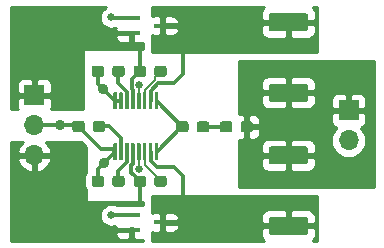
<source format=gbr>
G04 #@! TF.GenerationSoftware,KiCad,Pcbnew,(5.1.2-1)-1*
G04 #@! TF.CreationDate,2019-06-27T16:42:05-07:00*
G04 #@! TF.ProjectId,power_share,706f7765-725f-4736-9861-72652e6b6963,rev?*
G04 #@! TF.SameCoordinates,Original*
G04 #@! TF.FileFunction,Copper,L1,Top*
G04 #@! TF.FilePolarity,Positive*
%FSLAX46Y46*%
G04 Gerber Fmt 4.6, Leading zero omitted, Abs format (unit mm)*
G04 Created by KiCad (PCBNEW (5.1.2-1)-1) date 2019-06-27 16:42:05*
%MOMM*%
%LPD*%
G04 APERTURE LIST*
%ADD10O,1.700000X1.700000*%
%ADD11R,1.700000X1.700000*%
%ADD12C,0.100000*%
%ADD13C,0.950000*%
%ADD14C,0.300000*%
%ADD15C,1.525000*%
%ADD16R,1.500000X0.450000*%
%ADD17C,0.889000*%
%ADD18C,0.660400*%
%ADD19C,0.152400*%
%ADD20C,0.203200*%
%ADD21C,0.304800*%
%ADD22C,0.254000*%
G04 APERTURE END LIST*
D10*
X143800000Y-95250000D03*
D11*
X143800000Y-92710000D03*
D10*
X117200000Y-96520000D03*
X117200000Y-93980000D03*
D11*
X117200000Y-91440000D03*
D12*
G36*
X131785779Y-93626144D02*
G01*
X131808834Y-93629563D01*
X131831443Y-93635227D01*
X131853387Y-93643079D01*
X131874457Y-93653044D01*
X131894448Y-93665026D01*
X131913168Y-93678910D01*
X131930438Y-93694562D01*
X131946090Y-93711832D01*
X131959974Y-93730552D01*
X131971956Y-93750543D01*
X131981921Y-93771613D01*
X131989773Y-93793557D01*
X131995437Y-93816166D01*
X131998856Y-93839221D01*
X132000000Y-93862500D01*
X132000000Y-94337500D01*
X131998856Y-94360779D01*
X131995437Y-94383834D01*
X131989773Y-94406443D01*
X131981921Y-94428387D01*
X131971956Y-94449457D01*
X131959974Y-94469448D01*
X131946090Y-94488168D01*
X131930438Y-94505438D01*
X131913168Y-94521090D01*
X131894448Y-94534974D01*
X131874457Y-94546956D01*
X131853387Y-94556921D01*
X131831443Y-94564773D01*
X131808834Y-94570437D01*
X131785779Y-94573856D01*
X131762500Y-94575000D01*
X131187500Y-94575000D01*
X131164221Y-94573856D01*
X131141166Y-94570437D01*
X131118557Y-94564773D01*
X131096613Y-94556921D01*
X131075543Y-94546956D01*
X131055552Y-94534974D01*
X131036832Y-94521090D01*
X131019562Y-94505438D01*
X131003910Y-94488168D01*
X130990026Y-94469448D01*
X130978044Y-94449457D01*
X130968079Y-94428387D01*
X130960227Y-94406443D01*
X130954563Y-94383834D01*
X130951144Y-94360779D01*
X130950000Y-94337500D01*
X130950000Y-93862500D01*
X130951144Y-93839221D01*
X130954563Y-93816166D01*
X130960227Y-93793557D01*
X130968079Y-93771613D01*
X130978044Y-93750543D01*
X130990026Y-93730552D01*
X131003910Y-93711832D01*
X131019562Y-93694562D01*
X131036832Y-93678910D01*
X131055552Y-93665026D01*
X131075543Y-93653044D01*
X131096613Y-93643079D01*
X131118557Y-93635227D01*
X131141166Y-93629563D01*
X131164221Y-93626144D01*
X131187500Y-93625000D01*
X131762500Y-93625000D01*
X131785779Y-93626144D01*
X131785779Y-93626144D01*
G37*
D13*
X131475000Y-94100000D03*
D12*
G36*
X130035779Y-93626144D02*
G01*
X130058834Y-93629563D01*
X130081443Y-93635227D01*
X130103387Y-93643079D01*
X130124457Y-93653044D01*
X130144448Y-93665026D01*
X130163168Y-93678910D01*
X130180438Y-93694562D01*
X130196090Y-93711832D01*
X130209974Y-93730552D01*
X130221956Y-93750543D01*
X130231921Y-93771613D01*
X130239773Y-93793557D01*
X130245437Y-93816166D01*
X130248856Y-93839221D01*
X130250000Y-93862500D01*
X130250000Y-94337500D01*
X130248856Y-94360779D01*
X130245437Y-94383834D01*
X130239773Y-94406443D01*
X130231921Y-94428387D01*
X130221956Y-94449457D01*
X130209974Y-94469448D01*
X130196090Y-94488168D01*
X130180438Y-94505438D01*
X130163168Y-94521090D01*
X130144448Y-94534974D01*
X130124457Y-94546956D01*
X130103387Y-94556921D01*
X130081443Y-94564773D01*
X130058834Y-94570437D01*
X130035779Y-94573856D01*
X130012500Y-94575000D01*
X129437500Y-94575000D01*
X129414221Y-94573856D01*
X129391166Y-94570437D01*
X129368557Y-94564773D01*
X129346613Y-94556921D01*
X129325543Y-94546956D01*
X129305552Y-94534974D01*
X129286832Y-94521090D01*
X129269562Y-94505438D01*
X129253910Y-94488168D01*
X129240026Y-94469448D01*
X129228044Y-94449457D01*
X129218079Y-94428387D01*
X129210227Y-94406443D01*
X129204563Y-94383834D01*
X129201144Y-94360779D01*
X129200000Y-94337500D01*
X129200000Y-93862500D01*
X129201144Y-93839221D01*
X129204563Y-93816166D01*
X129210227Y-93793557D01*
X129218079Y-93771613D01*
X129228044Y-93750543D01*
X129240026Y-93730552D01*
X129253910Y-93711832D01*
X129269562Y-93694562D01*
X129286832Y-93678910D01*
X129305552Y-93665026D01*
X129325543Y-93653044D01*
X129346613Y-93643079D01*
X129368557Y-93635227D01*
X129391166Y-93629563D01*
X129414221Y-93626144D01*
X129437500Y-93625000D01*
X130012500Y-93625000D01*
X130035779Y-93626144D01*
X130035779Y-93626144D01*
G37*
D13*
X129725000Y-94100000D03*
D12*
G36*
X124122351Y-91185361D02*
G01*
X124129632Y-91186441D01*
X124136771Y-91188229D01*
X124143701Y-91190709D01*
X124150355Y-91193856D01*
X124156668Y-91197640D01*
X124162579Y-91202024D01*
X124168033Y-91206967D01*
X124172976Y-91212421D01*
X124177360Y-91218332D01*
X124181144Y-91224645D01*
X124184291Y-91231299D01*
X124186771Y-91238229D01*
X124188559Y-91245368D01*
X124189639Y-91252649D01*
X124190000Y-91260000D01*
X124190000Y-92560000D01*
X124189639Y-92567351D01*
X124188559Y-92574632D01*
X124186771Y-92581771D01*
X124184291Y-92588701D01*
X124181144Y-92595355D01*
X124177360Y-92601668D01*
X124172976Y-92607579D01*
X124168033Y-92613033D01*
X124162579Y-92617976D01*
X124156668Y-92622360D01*
X124150355Y-92626144D01*
X124143701Y-92629291D01*
X124136771Y-92631771D01*
X124129632Y-92633559D01*
X124122351Y-92634639D01*
X124115000Y-92635000D01*
X123965000Y-92635000D01*
X123957649Y-92634639D01*
X123950368Y-92633559D01*
X123943229Y-92631771D01*
X123936299Y-92629291D01*
X123929645Y-92626144D01*
X123923332Y-92622360D01*
X123917421Y-92617976D01*
X123911967Y-92613033D01*
X123907024Y-92607579D01*
X123902640Y-92601668D01*
X123898856Y-92595355D01*
X123895709Y-92588701D01*
X123893229Y-92581771D01*
X123891441Y-92574632D01*
X123890361Y-92567351D01*
X123890000Y-92560000D01*
X123890000Y-91260000D01*
X123890361Y-91252649D01*
X123891441Y-91245368D01*
X123893229Y-91238229D01*
X123895709Y-91231299D01*
X123898856Y-91224645D01*
X123902640Y-91218332D01*
X123907024Y-91212421D01*
X123911967Y-91206967D01*
X123917421Y-91202024D01*
X123923332Y-91197640D01*
X123929645Y-91193856D01*
X123936299Y-91190709D01*
X123943229Y-91188229D01*
X123950368Y-91186441D01*
X123957649Y-91185361D01*
X123965000Y-91185000D01*
X124115000Y-91185000D01*
X124122351Y-91185361D01*
X124122351Y-91185361D01*
G37*
D14*
X124040000Y-91910000D03*
D12*
G36*
X124622351Y-91185361D02*
G01*
X124629632Y-91186441D01*
X124636771Y-91188229D01*
X124643701Y-91190709D01*
X124650355Y-91193856D01*
X124656668Y-91197640D01*
X124662579Y-91202024D01*
X124668033Y-91206967D01*
X124672976Y-91212421D01*
X124677360Y-91218332D01*
X124681144Y-91224645D01*
X124684291Y-91231299D01*
X124686771Y-91238229D01*
X124688559Y-91245368D01*
X124689639Y-91252649D01*
X124690000Y-91260000D01*
X124690000Y-92560000D01*
X124689639Y-92567351D01*
X124688559Y-92574632D01*
X124686771Y-92581771D01*
X124684291Y-92588701D01*
X124681144Y-92595355D01*
X124677360Y-92601668D01*
X124672976Y-92607579D01*
X124668033Y-92613033D01*
X124662579Y-92617976D01*
X124656668Y-92622360D01*
X124650355Y-92626144D01*
X124643701Y-92629291D01*
X124636771Y-92631771D01*
X124629632Y-92633559D01*
X124622351Y-92634639D01*
X124615000Y-92635000D01*
X124465000Y-92635000D01*
X124457649Y-92634639D01*
X124450368Y-92633559D01*
X124443229Y-92631771D01*
X124436299Y-92629291D01*
X124429645Y-92626144D01*
X124423332Y-92622360D01*
X124417421Y-92617976D01*
X124411967Y-92613033D01*
X124407024Y-92607579D01*
X124402640Y-92601668D01*
X124398856Y-92595355D01*
X124395709Y-92588701D01*
X124393229Y-92581771D01*
X124391441Y-92574632D01*
X124390361Y-92567351D01*
X124390000Y-92560000D01*
X124390000Y-91260000D01*
X124390361Y-91252649D01*
X124391441Y-91245368D01*
X124393229Y-91238229D01*
X124395709Y-91231299D01*
X124398856Y-91224645D01*
X124402640Y-91218332D01*
X124407024Y-91212421D01*
X124411967Y-91206967D01*
X124417421Y-91202024D01*
X124423332Y-91197640D01*
X124429645Y-91193856D01*
X124436299Y-91190709D01*
X124443229Y-91188229D01*
X124450368Y-91186441D01*
X124457649Y-91185361D01*
X124465000Y-91185000D01*
X124615000Y-91185000D01*
X124622351Y-91185361D01*
X124622351Y-91185361D01*
G37*
D14*
X124540000Y-91910000D03*
D12*
G36*
X125122351Y-91185361D02*
G01*
X125129632Y-91186441D01*
X125136771Y-91188229D01*
X125143701Y-91190709D01*
X125150355Y-91193856D01*
X125156668Y-91197640D01*
X125162579Y-91202024D01*
X125168033Y-91206967D01*
X125172976Y-91212421D01*
X125177360Y-91218332D01*
X125181144Y-91224645D01*
X125184291Y-91231299D01*
X125186771Y-91238229D01*
X125188559Y-91245368D01*
X125189639Y-91252649D01*
X125190000Y-91260000D01*
X125190000Y-92560000D01*
X125189639Y-92567351D01*
X125188559Y-92574632D01*
X125186771Y-92581771D01*
X125184291Y-92588701D01*
X125181144Y-92595355D01*
X125177360Y-92601668D01*
X125172976Y-92607579D01*
X125168033Y-92613033D01*
X125162579Y-92617976D01*
X125156668Y-92622360D01*
X125150355Y-92626144D01*
X125143701Y-92629291D01*
X125136771Y-92631771D01*
X125129632Y-92633559D01*
X125122351Y-92634639D01*
X125115000Y-92635000D01*
X124965000Y-92635000D01*
X124957649Y-92634639D01*
X124950368Y-92633559D01*
X124943229Y-92631771D01*
X124936299Y-92629291D01*
X124929645Y-92626144D01*
X124923332Y-92622360D01*
X124917421Y-92617976D01*
X124911967Y-92613033D01*
X124907024Y-92607579D01*
X124902640Y-92601668D01*
X124898856Y-92595355D01*
X124895709Y-92588701D01*
X124893229Y-92581771D01*
X124891441Y-92574632D01*
X124890361Y-92567351D01*
X124890000Y-92560000D01*
X124890000Y-91260000D01*
X124890361Y-91252649D01*
X124891441Y-91245368D01*
X124893229Y-91238229D01*
X124895709Y-91231299D01*
X124898856Y-91224645D01*
X124902640Y-91218332D01*
X124907024Y-91212421D01*
X124911967Y-91206967D01*
X124917421Y-91202024D01*
X124923332Y-91197640D01*
X124929645Y-91193856D01*
X124936299Y-91190709D01*
X124943229Y-91188229D01*
X124950368Y-91186441D01*
X124957649Y-91185361D01*
X124965000Y-91185000D01*
X125115000Y-91185000D01*
X125122351Y-91185361D01*
X125122351Y-91185361D01*
G37*
D14*
X125040000Y-91910000D03*
D12*
G36*
X125622351Y-91185361D02*
G01*
X125629632Y-91186441D01*
X125636771Y-91188229D01*
X125643701Y-91190709D01*
X125650355Y-91193856D01*
X125656668Y-91197640D01*
X125662579Y-91202024D01*
X125668033Y-91206967D01*
X125672976Y-91212421D01*
X125677360Y-91218332D01*
X125681144Y-91224645D01*
X125684291Y-91231299D01*
X125686771Y-91238229D01*
X125688559Y-91245368D01*
X125689639Y-91252649D01*
X125690000Y-91260000D01*
X125690000Y-92560000D01*
X125689639Y-92567351D01*
X125688559Y-92574632D01*
X125686771Y-92581771D01*
X125684291Y-92588701D01*
X125681144Y-92595355D01*
X125677360Y-92601668D01*
X125672976Y-92607579D01*
X125668033Y-92613033D01*
X125662579Y-92617976D01*
X125656668Y-92622360D01*
X125650355Y-92626144D01*
X125643701Y-92629291D01*
X125636771Y-92631771D01*
X125629632Y-92633559D01*
X125622351Y-92634639D01*
X125615000Y-92635000D01*
X125465000Y-92635000D01*
X125457649Y-92634639D01*
X125450368Y-92633559D01*
X125443229Y-92631771D01*
X125436299Y-92629291D01*
X125429645Y-92626144D01*
X125423332Y-92622360D01*
X125417421Y-92617976D01*
X125411967Y-92613033D01*
X125407024Y-92607579D01*
X125402640Y-92601668D01*
X125398856Y-92595355D01*
X125395709Y-92588701D01*
X125393229Y-92581771D01*
X125391441Y-92574632D01*
X125390361Y-92567351D01*
X125390000Y-92560000D01*
X125390000Y-91260000D01*
X125390361Y-91252649D01*
X125391441Y-91245368D01*
X125393229Y-91238229D01*
X125395709Y-91231299D01*
X125398856Y-91224645D01*
X125402640Y-91218332D01*
X125407024Y-91212421D01*
X125411967Y-91206967D01*
X125417421Y-91202024D01*
X125423332Y-91197640D01*
X125429645Y-91193856D01*
X125436299Y-91190709D01*
X125443229Y-91188229D01*
X125450368Y-91186441D01*
X125457649Y-91185361D01*
X125465000Y-91185000D01*
X125615000Y-91185000D01*
X125622351Y-91185361D01*
X125622351Y-91185361D01*
G37*
D14*
X125540000Y-91910000D03*
D12*
G36*
X126122351Y-91185361D02*
G01*
X126129632Y-91186441D01*
X126136771Y-91188229D01*
X126143701Y-91190709D01*
X126150355Y-91193856D01*
X126156668Y-91197640D01*
X126162579Y-91202024D01*
X126168033Y-91206967D01*
X126172976Y-91212421D01*
X126177360Y-91218332D01*
X126181144Y-91224645D01*
X126184291Y-91231299D01*
X126186771Y-91238229D01*
X126188559Y-91245368D01*
X126189639Y-91252649D01*
X126190000Y-91260000D01*
X126190000Y-92560000D01*
X126189639Y-92567351D01*
X126188559Y-92574632D01*
X126186771Y-92581771D01*
X126184291Y-92588701D01*
X126181144Y-92595355D01*
X126177360Y-92601668D01*
X126172976Y-92607579D01*
X126168033Y-92613033D01*
X126162579Y-92617976D01*
X126156668Y-92622360D01*
X126150355Y-92626144D01*
X126143701Y-92629291D01*
X126136771Y-92631771D01*
X126129632Y-92633559D01*
X126122351Y-92634639D01*
X126115000Y-92635000D01*
X125965000Y-92635000D01*
X125957649Y-92634639D01*
X125950368Y-92633559D01*
X125943229Y-92631771D01*
X125936299Y-92629291D01*
X125929645Y-92626144D01*
X125923332Y-92622360D01*
X125917421Y-92617976D01*
X125911967Y-92613033D01*
X125907024Y-92607579D01*
X125902640Y-92601668D01*
X125898856Y-92595355D01*
X125895709Y-92588701D01*
X125893229Y-92581771D01*
X125891441Y-92574632D01*
X125890361Y-92567351D01*
X125890000Y-92560000D01*
X125890000Y-91260000D01*
X125890361Y-91252649D01*
X125891441Y-91245368D01*
X125893229Y-91238229D01*
X125895709Y-91231299D01*
X125898856Y-91224645D01*
X125902640Y-91218332D01*
X125907024Y-91212421D01*
X125911967Y-91206967D01*
X125917421Y-91202024D01*
X125923332Y-91197640D01*
X125929645Y-91193856D01*
X125936299Y-91190709D01*
X125943229Y-91188229D01*
X125950368Y-91186441D01*
X125957649Y-91185361D01*
X125965000Y-91185000D01*
X126115000Y-91185000D01*
X126122351Y-91185361D01*
X126122351Y-91185361D01*
G37*
D14*
X126040000Y-91910000D03*
D12*
G36*
X126622351Y-91185361D02*
G01*
X126629632Y-91186441D01*
X126636771Y-91188229D01*
X126643701Y-91190709D01*
X126650355Y-91193856D01*
X126656668Y-91197640D01*
X126662579Y-91202024D01*
X126668033Y-91206967D01*
X126672976Y-91212421D01*
X126677360Y-91218332D01*
X126681144Y-91224645D01*
X126684291Y-91231299D01*
X126686771Y-91238229D01*
X126688559Y-91245368D01*
X126689639Y-91252649D01*
X126690000Y-91260000D01*
X126690000Y-92560000D01*
X126689639Y-92567351D01*
X126688559Y-92574632D01*
X126686771Y-92581771D01*
X126684291Y-92588701D01*
X126681144Y-92595355D01*
X126677360Y-92601668D01*
X126672976Y-92607579D01*
X126668033Y-92613033D01*
X126662579Y-92617976D01*
X126656668Y-92622360D01*
X126650355Y-92626144D01*
X126643701Y-92629291D01*
X126636771Y-92631771D01*
X126629632Y-92633559D01*
X126622351Y-92634639D01*
X126615000Y-92635000D01*
X126465000Y-92635000D01*
X126457649Y-92634639D01*
X126450368Y-92633559D01*
X126443229Y-92631771D01*
X126436299Y-92629291D01*
X126429645Y-92626144D01*
X126423332Y-92622360D01*
X126417421Y-92617976D01*
X126411967Y-92613033D01*
X126407024Y-92607579D01*
X126402640Y-92601668D01*
X126398856Y-92595355D01*
X126395709Y-92588701D01*
X126393229Y-92581771D01*
X126391441Y-92574632D01*
X126390361Y-92567351D01*
X126390000Y-92560000D01*
X126390000Y-91260000D01*
X126390361Y-91252649D01*
X126391441Y-91245368D01*
X126393229Y-91238229D01*
X126395709Y-91231299D01*
X126398856Y-91224645D01*
X126402640Y-91218332D01*
X126407024Y-91212421D01*
X126411967Y-91206967D01*
X126417421Y-91202024D01*
X126423332Y-91197640D01*
X126429645Y-91193856D01*
X126436299Y-91190709D01*
X126443229Y-91188229D01*
X126450368Y-91186441D01*
X126457649Y-91185361D01*
X126465000Y-91185000D01*
X126615000Y-91185000D01*
X126622351Y-91185361D01*
X126622351Y-91185361D01*
G37*
D14*
X126540000Y-91910000D03*
D12*
G36*
X127122351Y-91185361D02*
G01*
X127129632Y-91186441D01*
X127136771Y-91188229D01*
X127143701Y-91190709D01*
X127150355Y-91193856D01*
X127156668Y-91197640D01*
X127162579Y-91202024D01*
X127168033Y-91206967D01*
X127172976Y-91212421D01*
X127177360Y-91218332D01*
X127181144Y-91224645D01*
X127184291Y-91231299D01*
X127186771Y-91238229D01*
X127188559Y-91245368D01*
X127189639Y-91252649D01*
X127190000Y-91260000D01*
X127190000Y-92560000D01*
X127189639Y-92567351D01*
X127188559Y-92574632D01*
X127186771Y-92581771D01*
X127184291Y-92588701D01*
X127181144Y-92595355D01*
X127177360Y-92601668D01*
X127172976Y-92607579D01*
X127168033Y-92613033D01*
X127162579Y-92617976D01*
X127156668Y-92622360D01*
X127150355Y-92626144D01*
X127143701Y-92629291D01*
X127136771Y-92631771D01*
X127129632Y-92633559D01*
X127122351Y-92634639D01*
X127115000Y-92635000D01*
X126965000Y-92635000D01*
X126957649Y-92634639D01*
X126950368Y-92633559D01*
X126943229Y-92631771D01*
X126936299Y-92629291D01*
X126929645Y-92626144D01*
X126923332Y-92622360D01*
X126917421Y-92617976D01*
X126911967Y-92613033D01*
X126907024Y-92607579D01*
X126902640Y-92601668D01*
X126898856Y-92595355D01*
X126895709Y-92588701D01*
X126893229Y-92581771D01*
X126891441Y-92574632D01*
X126890361Y-92567351D01*
X126890000Y-92560000D01*
X126890000Y-91260000D01*
X126890361Y-91252649D01*
X126891441Y-91245368D01*
X126893229Y-91238229D01*
X126895709Y-91231299D01*
X126898856Y-91224645D01*
X126902640Y-91218332D01*
X126907024Y-91212421D01*
X126911967Y-91206967D01*
X126917421Y-91202024D01*
X126923332Y-91197640D01*
X126929645Y-91193856D01*
X126936299Y-91190709D01*
X126943229Y-91188229D01*
X126950368Y-91186441D01*
X126957649Y-91185361D01*
X126965000Y-91185000D01*
X127115000Y-91185000D01*
X127122351Y-91185361D01*
X127122351Y-91185361D01*
G37*
D14*
X127040000Y-91910000D03*
D12*
G36*
X127622351Y-91185361D02*
G01*
X127629632Y-91186441D01*
X127636771Y-91188229D01*
X127643701Y-91190709D01*
X127650355Y-91193856D01*
X127656668Y-91197640D01*
X127662579Y-91202024D01*
X127668033Y-91206967D01*
X127672976Y-91212421D01*
X127677360Y-91218332D01*
X127681144Y-91224645D01*
X127684291Y-91231299D01*
X127686771Y-91238229D01*
X127688559Y-91245368D01*
X127689639Y-91252649D01*
X127690000Y-91260000D01*
X127690000Y-92560000D01*
X127689639Y-92567351D01*
X127688559Y-92574632D01*
X127686771Y-92581771D01*
X127684291Y-92588701D01*
X127681144Y-92595355D01*
X127677360Y-92601668D01*
X127672976Y-92607579D01*
X127668033Y-92613033D01*
X127662579Y-92617976D01*
X127656668Y-92622360D01*
X127650355Y-92626144D01*
X127643701Y-92629291D01*
X127636771Y-92631771D01*
X127629632Y-92633559D01*
X127622351Y-92634639D01*
X127615000Y-92635000D01*
X127465000Y-92635000D01*
X127457649Y-92634639D01*
X127450368Y-92633559D01*
X127443229Y-92631771D01*
X127436299Y-92629291D01*
X127429645Y-92626144D01*
X127423332Y-92622360D01*
X127417421Y-92617976D01*
X127411967Y-92613033D01*
X127407024Y-92607579D01*
X127402640Y-92601668D01*
X127398856Y-92595355D01*
X127395709Y-92588701D01*
X127393229Y-92581771D01*
X127391441Y-92574632D01*
X127390361Y-92567351D01*
X127390000Y-92560000D01*
X127390000Y-91260000D01*
X127390361Y-91252649D01*
X127391441Y-91245368D01*
X127393229Y-91238229D01*
X127395709Y-91231299D01*
X127398856Y-91224645D01*
X127402640Y-91218332D01*
X127407024Y-91212421D01*
X127411967Y-91206967D01*
X127417421Y-91202024D01*
X127423332Y-91197640D01*
X127429645Y-91193856D01*
X127436299Y-91190709D01*
X127443229Y-91188229D01*
X127450368Y-91186441D01*
X127457649Y-91185361D01*
X127465000Y-91185000D01*
X127615000Y-91185000D01*
X127622351Y-91185361D01*
X127622351Y-91185361D01*
G37*
D14*
X127540000Y-91910000D03*
D12*
G36*
X127622351Y-95485361D02*
G01*
X127629632Y-95486441D01*
X127636771Y-95488229D01*
X127643701Y-95490709D01*
X127650355Y-95493856D01*
X127656668Y-95497640D01*
X127662579Y-95502024D01*
X127668033Y-95506967D01*
X127672976Y-95512421D01*
X127677360Y-95518332D01*
X127681144Y-95524645D01*
X127684291Y-95531299D01*
X127686771Y-95538229D01*
X127688559Y-95545368D01*
X127689639Y-95552649D01*
X127690000Y-95560000D01*
X127690000Y-96860000D01*
X127689639Y-96867351D01*
X127688559Y-96874632D01*
X127686771Y-96881771D01*
X127684291Y-96888701D01*
X127681144Y-96895355D01*
X127677360Y-96901668D01*
X127672976Y-96907579D01*
X127668033Y-96913033D01*
X127662579Y-96917976D01*
X127656668Y-96922360D01*
X127650355Y-96926144D01*
X127643701Y-96929291D01*
X127636771Y-96931771D01*
X127629632Y-96933559D01*
X127622351Y-96934639D01*
X127615000Y-96935000D01*
X127465000Y-96935000D01*
X127457649Y-96934639D01*
X127450368Y-96933559D01*
X127443229Y-96931771D01*
X127436299Y-96929291D01*
X127429645Y-96926144D01*
X127423332Y-96922360D01*
X127417421Y-96917976D01*
X127411967Y-96913033D01*
X127407024Y-96907579D01*
X127402640Y-96901668D01*
X127398856Y-96895355D01*
X127395709Y-96888701D01*
X127393229Y-96881771D01*
X127391441Y-96874632D01*
X127390361Y-96867351D01*
X127390000Y-96860000D01*
X127390000Y-95560000D01*
X127390361Y-95552649D01*
X127391441Y-95545368D01*
X127393229Y-95538229D01*
X127395709Y-95531299D01*
X127398856Y-95524645D01*
X127402640Y-95518332D01*
X127407024Y-95512421D01*
X127411967Y-95506967D01*
X127417421Y-95502024D01*
X127423332Y-95497640D01*
X127429645Y-95493856D01*
X127436299Y-95490709D01*
X127443229Y-95488229D01*
X127450368Y-95486441D01*
X127457649Y-95485361D01*
X127465000Y-95485000D01*
X127615000Y-95485000D01*
X127622351Y-95485361D01*
X127622351Y-95485361D01*
G37*
D14*
X127540000Y-96210000D03*
D12*
G36*
X127122351Y-95485361D02*
G01*
X127129632Y-95486441D01*
X127136771Y-95488229D01*
X127143701Y-95490709D01*
X127150355Y-95493856D01*
X127156668Y-95497640D01*
X127162579Y-95502024D01*
X127168033Y-95506967D01*
X127172976Y-95512421D01*
X127177360Y-95518332D01*
X127181144Y-95524645D01*
X127184291Y-95531299D01*
X127186771Y-95538229D01*
X127188559Y-95545368D01*
X127189639Y-95552649D01*
X127190000Y-95560000D01*
X127190000Y-96860000D01*
X127189639Y-96867351D01*
X127188559Y-96874632D01*
X127186771Y-96881771D01*
X127184291Y-96888701D01*
X127181144Y-96895355D01*
X127177360Y-96901668D01*
X127172976Y-96907579D01*
X127168033Y-96913033D01*
X127162579Y-96917976D01*
X127156668Y-96922360D01*
X127150355Y-96926144D01*
X127143701Y-96929291D01*
X127136771Y-96931771D01*
X127129632Y-96933559D01*
X127122351Y-96934639D01*
X127115000Y-96935000D01*
X126965000Y-96935000D01*
X126957649Y-96934639D01*
X126950368Y-96933559D01*
X126943229Y-96931771D01*
X126936299Y-96929291D01*
X126929645Y-96926144D01*
X126923332Y-96922360D01*
X126917421Y-96917976D01*
X126911967Y-96913033D01*
X126907024Y-96907579D01*
X126902640Y-96901668D01*
X126898856Y-96895355D01*
X126895709Y-96888701D01*
X126893229Y-96881771D01*
X126891441Y-96874632D01*
X126890361Y-96867351D01*
X126890000Y-96860000D01*
X126890000Y-95560000D01*
X126890361Y-95552649D01*
X126891441Y-95545368D01*
X126893229Y-95538229D01*
X126895709Y-95531299D01*
X126898856Y-95524645D01*
X126902640Y-95518332D01*
X126907024Y-95512421D01*
X126911967Y-95506967D01*
X126917421Y-95502024D01*
X126923332Y-95497640D01*
X126929645Y-95493856D01*
X126936299Y-95490709D01*
X126943229Y-95488229D01*
X126950368Y-95486441D01*
X126957649Y-95485361D01*
X126965000Y-95485000D01*
X127115000Y-95485000D01*
X127122351Y-95485361D01*
X127122351Y-95485361D01*
G37*
D14*
X127040000Y-96210000D03*
D12*
G36*
X126622351Y-95485361D02*
G01*
X126629632Y-95486441D01*
X126636771Y-95488229D01*
X126643701Y-95490709D01*
X126650355Y-95493856D01*
X126656668Y-95497640D01*
X126662579Y-95502024D01*
X126668033Y-95506967D01*
X126672976Y-95512421D01*
X126677360Y-95518332D01*
X126681144Y-95524645D01*
X126684291Y-95531299D01*
X126686771Y-95538229D01*
X126688559Y-95545368D01*
X126689639Y-95552649D01*
X126690000Y-95560000D01*
X126690000Y-96860000D01*
X126689639Y-96867351D01*
X126688559Y-96874632D01*
X126686771Y-96881771D01*
X126684291Y-96888701D01*
X126681144Y-96895355D01*
X126677360Y-96901668D01*
X126672976Y-96907579D01*
X126668033Y-96913033D01*
X126662579Y-96917976D01*
X126656668Y-96922360D01*
X126650355Y-96926144D01*
X126643701Y-96929291D01*
X126636771Y-96931771D01*
X126629632Y-96933559D01*
X126622351Y-96934639D01*
X126615000Y-96935000D01*
X126465000Y-96935000D01*
X126457649Y-96934639D01*
X126450368Y-96933559D01*
X126443229Y-96931771D01*
X126436299Y-96929291D01*
X126429645Y-96926144D01*
X126423332Y-96922360D01*
X126417421Y-96917976D01*
X126411967Y-96913033D01*
X126407024Y-96907579D01*
X126402640Y-96901668D01*
X126398856Y-96895355D01*
X126395709Y-96888701D01*
X126393229Y-96881771D01*
X126391441Y-96874632D01*
X126390361Y-96867351D01*
X126390000Y-96860000D01*
X126390000Y-95560000D01*
X126390361Y-95552649D01*
X126391441Y-95545368D01*
X126393229Y-95538229D01*
X126395709Y-95531299D01*
X126398856Y-95524645D01*
X126402640Y-95518332D01*
X126407024Y-95512421D01*
X126411967Y-95506967D01*
X126417421Y-95502024D01*
X126423332Y-95497640D01*
X126429645Y-95493856D01*
X126436299Y-95490709D01*
X126443229Y-95488229D01*
X126450368Y-95486441D01*
X126457649Y-95485361D01*
X126465000Y-95485000D01*
X126615000Y-95485000D01*
X126622351Y-95485361D01*
X126622351Y-95485361D01*
G37*
D14*
X126540000Y-96210000D03*
D12*
G36*
X126122351Y-95485361D02*
G01*
X126129632Y-95486441D01*
X126136771Y-95488229D01*
X126143701Y-95490709D01*
X126150355Y-95493856D01*
X126156668Y-95497640D01*
X126162579Y-95502024D01*
X126168033Y-95506967D01*
X126172976Y-95512421D01*
X126177360Y-95518332D01*
X126181144Y-95524645D01*
X126184291Y-95531299D01*
X126186771Y-95538229D01*
X126188559Y-95545368D01*
X126189639Y-95552649D01*
X126190000Y-95560000D01*
X126190000Y-96860000D01*
X126189639Y-96867351D01*
X126188559Y-96874632D01*
X126186771Y-96881771D01*
X126184291Y-96888701D01*
X126181144Y-96895355D01*
X126177360Y-96901668D01*
X126172976Y-96907579D01*
X126168033Y-96913033D01*
X126162579Y-96917976D01*
X126156668Y-96922360D01*
X126150355Y-96926144D01*
X126143701Y-96929291D01*
X126136771Y-96931771D01*
X126129632Y-96933559D01*
X126122351Y-96934639D01*
X126115000Y-96935000D01*
X125965000Y-96935000D01*
X125957649Y-96934639D01*
X125950368Y-96933559D01*
X125943229Y-96931771D01*
X125936299Y-96929291D01*
X125929645Y-96926144D01*
X125923332Y-96922360D01*
X125917421Y-96917976D01*
X125911967Y-96913033D01*
X125907024Y-96907579D01*
X125902640Y-96901668D01*
X125898856Y-96895355D01*
X125895709Y-96888701D01*
X125893229Y-96881771D01*
X125891441Y-96874632D01*
X125890361Y-96867351D01*
X125890000Y-96860000D01*
X125890000Y-95560000D01*
X125890361Y-95552649D01*
X125891441Y-95545368D01*
X125893229Y-95538229D01*
X125895709Y-95531299D01*
X125898856Y-95524645D01*
X125902640Y-95518332D01*
X125907024Y-95512421D01*
X125911967Y-95506967D01*
X125917421Y-95502024D01*
X125923332Y-95497640D01*
X125929645Y-95493856D01*
X125936299Y-95490709D01*
X125943229Y-95488229D01*
X125950368Y-95486441D01*
X125957649Y-95485361D01*
X125965000Y-95485000D01*
X126115000Y-95485000D01*
X126122351Y-95485361D01*
X126122351Y-95485361D01*
G37*
D14*
X126040000Y-96210000D03*
D12*
G36*
X125622351Y-95485361D02*
G01*
X125629632Y-95486441D01*
X125636771Y-95488229D01*
X125643701Y-95490709D01*
X125650355Y-95493856D01*
X125656668Y-95497640D01*
X125662579Y-95502024D01*
X125668033Y-95506967D01*
X125672976Y-95512421D01*
X125677360Y-95518332D01*
X125681144Y-95524645D01*
X125684291Y-95531299D01*
X125686771Y-95538229D01*
X125688559Y-95545368D01*
X125689639Y-95552649D01*
X125690000Y-95560000D01*
X125690000Y-96860000D01*
X125689639Y-96867351D01*
X125688559Y-96874632D01*
X125686771Y-96881771D01*
X125684291Y-96888701D01*
X125681144Y-96895355D01*
X125677360Y-96901668D01*
X125672976Y-96907579D01*
X125668033Y-96913033D01*
X125662579Y-96917976D01*
X125656668Y-96922360D01*
X125650355Y-96926144D01*
X125643701Y-96929291D01*
X125636771Y-96931771D01*
X125629632Y-96933559D01*
X125622351Y-96934639D01*
X125615000Y-96935000D01*
X125465000Y-96935000D01*
X125457649Y-96934639D01*
X125450368Y-96933559D01*
X125443229Y-96931771D01*
X125436299Y-96929291D01*
X125429645Y-96926144D01*
X125423332Y-96922360D01*
X125417421Y-96917976D01*
X125411967Y-96913033D01*
X125407024Y-96907579D01*
X125402640Y-96901668D01*
X125398856Y-96895355D01*
X125395709Y-96888701D01*
X125393229Y-96881771D01*
X125391441Y-96874632D01*
X125390361Y-96867351D01*
X125390000Y-96860000D01*
X125390000Y-95560000D01*
X125390361Y-95552649D01*
X125391441Y-95545368D01*
X125393229Y-95538229D01*
X125395709Y-95531299D01*
X125398856Y-95524645D01*
X125402640Y-95518332D01*
X125407024Y-95512421D01*
X125411967Y-95506967D01*
X125417421Y-95502024D01*
X125423332Y-95497640D01*
X125429645Y-95493856D01*
X125436299Y-95490709D01*
X125443229Y-95488229D01*
X125450368Y-95486441D01*
X125457649Y-95485361D01*
X125465000Y-95485000D01*
X125615000Y-95485000D01*
X125622351Y-95485361D01*
X125622351Y-95485361D01*
G37*
D14*
X125540000Y-96210000D03*
D12*
G36*
X125122351Y-95485361D02*
G01*
X125129632Y-95486441D01*
X125136771Y-95488229D01*
X125143701Y-95490709D01*
X125150355Y-95493856D01*
X125156668Y-95497640D01*
X125162579Y-95502024D01*
X125168033Y-95506967D01*
X125172976Y-95512421D01*
X125177360Y-95518332D01*
X125181144Y-95524645D01*
X125184291Y-95531299D01*
X125186771Y-95538229D01*
X125188559Y-95545368D01*
X125189639Y-95552649D01*
X125190000Y-95560000D01*
X125190000Y-96860000D01*
X125189639Y-96867351D01*
X125188559Y-96874632D01*
X125186771Y-96881771D01*
X125184291Y-96888701D01*
X125181144Y-96895355D01*
X125177360Y-96901668D01*
X125172976Y-96907579D01*
X125168033Y-96913033D01*
X125162579Y-96917976D01*
X125156668Y-96922360D01*
X125150355Y-96926144D01*
X125143701Y-96929291D01*
X125136771Y-96931771D01*
X125129632Y-96933559D01*
X125122351Y-96934639D01*
X125115000Y-96935000D01*
X124965000Y-96935000D01*
X124957649Y-96934639D01*
X124950368Y-96933559D01*
X124943229Y-96931771D01*
X124936299Y-96929291D01*
X124929645Y-96926144D01*
X124923332Y-96922360D01*
X124917421Y-96917976D01*
X124911967Y-96913033D01*
X124907024Y-96907579D01*
X124902640Y-96901668D01*
X124898856Y-96895355D01*
X124895709Y-96888701D01*
X124893229Y-96881771D01*
X124891441Y-96874632D01*
X124890361Y-96867351D01*
X124890000Y-96860000D01*
X124890000Y-95560000D01*
X124890361Y-95552649D01*
X124891441Y-95545368D01*
X124893229Y-95538229D01*
X124895709Y-95531299D01*
X124898856Y-95524645D01*
X124902640Y-95518332D01*
X124907024Y-95512421D01*
X124911967Y-95506967D01*
X124917421Y-95502024D01*
X124923332Y-95497640D01*
X124929645Y-95493856D01*
X124936299Y-95490709D01*
X124943229Y-95488229D01*
X124950368Y-95486441D01*
X124957649Y-95485361D01*
X124965000Y-95485000D01*
X125115000Y-95485000D01*
X125122351Y-95485361D01*
X125122351Y-95485361D01*
G37*
D14*
X125040000Y-96210000D03*
D12*
G36*
X124622351Y-95485361D02*
G01*
X124629632Y-95486441D01*
X124636771Y-95488229D01*
X124643701Y-95490709D01*
X124650355Y-95493856D01*
X124656668Y-95497640D01*
X124662579Y-95502024D01*
X124668033Y-95506967D01*
X124672976Y-95512421D01*
X124677360Y-95518332D01*
X124681144Y-95524645D01*
X124684291Y-95531299D01*
X124686771Y-95538229D01*
X124688559Y-95545368D01*
X124689639Y-95552649D01*
X124690000Y-95560000D01*
X124690000Y-96860000D01*
X124689639Y-96867351D01*
X124688559Y-96874632D01*
X124686771Y-96881771D01*
X124684291Y-96888701D01*
X124681144Y-96895355D01*
X124677360Y-96901668D01*
X124672976Y-96907579D01*
X124668033Y-96913033D01*
X124662579Y-96917976D01*
X124656668Y-96922360D01*
X124650355Y-96926144D01*
X124643701Y-96929291D01*
X124636771Y-96931771D01*
X124629632Y-96933559D01*
X124622351Y-96934639D01*
X124615000Y-96935000D01*
X124465000Y-96935000D01*
X124457649Y-96934639D01*
X124450368Y-96933559D01*
X124443229Y-96931771D01*
X124436299Y-96929291D01*
X124429645Y-96926144D01*
X124423332Y-96922360D01*
X124417421Y-96917976D01*
X124411967Y-96913033D01*
X124407024Y-96907579D01*
X124402640Y-96901668D01*
X124398856Y-96895355D01*
X124395709Y-96888701D01*
X124393229Y-96881771D01*
X124391441Y-96874632D01*
X124390361Y-96867351D01*
X124390000Y-96860000D01*
X124390000Y-95560000D01*
X124390361Y-95552649D01*
X124391441Y-95545368D01*
X124393229Y-95538229D01*
X124395709Y-95531299D01*
X124398856Y-95524645D01*
X124402640Y-95518332D01*
X124407024Y-95512421D01*
X124411967Y-95506967D01*
X124417421Y-95502024D01*
X124423332Y-95497640D01*
X124429645Y-95493856D01*
X124436299Y-95490709D01*
X124443229Y-95488229D01*
X124450368Y-95486441D01*
X124457649Y-95485361D01*
X124465000Y-95485000D01*
X124615000Y-95485000D01*
X124622351Y-95485361D01*
X124622351Y-95485361D01*
G37*
D14*
X124540000Y-96210000D03*
D12*
G36*
X124122351Y-95485361D02*
G01*
X124129632Y-95486441D01*
X124136771Y-95488229D01*
X124143701Y-95490709D01*
X124150355Y-95493856D01*
X124156668Y-95497640D01*
X124162579Y-95502024D01*
X124168033Y-95506967D01*
X124172976Y-95512421D01*
X124177360Y-95518332D01*
X124181144Y-95524645D01*
X124184291Y-95531299D01*
X124186771Y-95538229D01*
X124188559Y-95545368D01*
X124189639Y-95552649D01*
X124190000Y-95560000D01*
X124190000Y-96860000D01*
X124189639Y-96867351D01*
X124188559Y-96874632D01*
X124186771Y-96881771D01*
X124184291Y-96888701D01*
X124181144Y-96895355D01*
X124177360Y-96901668D01*
X124172976Y-96907579D01*
X124168033Y-96913033D01*
X124162579Y-96917976D01*
X124156668Y-96922360D01*
X124150355Y-96926144D01*
X124143701Y-96929291D01*
X124136771Y-96931771D01*
X124129632Y-96933559D01*
X124122351Y-96934639D01*
X124115000Y-96935000D01*
X123965000Y-96935000D01*
X123957649Y-96934639D01*
X123950368Y-96933559D01*
X123943229Y-96931771D01*
X123936299Y-96929291D01*
X123929645Y-96926144D01*
X123923332Y-96922360D01*
X123917421Y-96917976D01*
X123911967Y-96913033D01*
X123907024Y-96907579D01*
X123902640Y-96901668D01*
X123898856Y-96895355D01*
X123895709Y-96888701D01*
X123893229Y-96881771D01*
X123891441Y-96874632D01*
X123890361Y-96867351D01*
X123890000Y-96860000D01*
X123890000Y-95560000D01*
X123890361Y-95552649D01*
X123891441Y-95545368D01*
X123893229Y-95538229D01*
X123895709Y-95531299D01*
X123898856Y-95524645D01*
X123902640Y-95518332D01*
X123907024Y-95512421D01*
X123911967Y-95506967D01*
X123917421Y-95502024D01*
X123923332Y-95497640D01*
X123929645Y-95493856D01*
X123936299Y-95490709D01*
X123943229Y-95488229D01*
X123950368Y-95486441D01*
X123957649Y-95485361D01*
X123965000Y-95485000D01*
X124115000Y-95485000D01*
X124122351Y-95485361D01*
X124122351Y-95485361D01*
G37*
D14*
X124040000Y-96210000D03*
D12*
G36*
X121235779Y-93586144D02*
G01*
X121258834Y-93589563D01*
X121281443Y-93595227D01*
X121303387Y-93603079D01*
X121324457Y-93613044D01*
X121344448Y-93625026D01*
X121363168Y-93638910D01*
X121380438Y-93654562D01*
X121396090Y-93671832D01*
X121409974Y-93690552D01*
X121421956Y-93710543D01*
X121431921Y-93731613D01*
X121439773Y-93753557D01*
X121445437Y-93776166D01*
X121448856Y-93799221D01*
X121450000Y-93822500D01*
X121450000Y-94297500D01*
X121448856Y-94320779D01*
X121445437Y-94343834D01*
X121439773Y-94366443D01*
X121431921Y-94388387D01*
X121421956Y-94409457D01*
X121409974Y-94429448D01*
X121396090Y-94448168D01*
X121380438Y-94465438D01*
X121363168Y-94481090D01*
X121344448Y-94494974D01*
X121324457Y-94506956D01*
X121303387Y-94516921D01*
X121281443Y-94524773D01*
X121258834Y-94530437D01*
X121235779Y-94533856D01*
X121212500Y-94535000D01*
X120637500Y-94535000D01*
X120614221Y-94533856D01*
X120591166Y-94530437D01*
X120568557Y-94524773D01*
X120546613Y-94516921D01*
X120525543Y-94506956D01*
X120505552Y-94494974D01*
X120486832Y-94481090D01*
X120469562Y-94465438D01*
X120453910Y-94448168D01*
X120440026Y-94429448D01*
X120428044Y-94409457D01*
X120418079Y-94388387D01*
X120410227Y-94366443D01*
X120404563Y-94343834D01*
X120401144Y-94320779D01*
X120400000Y-94297500D01*
X120400000Y-93822500D01*
X120401144Y-93799221D01*
X120404563Y-93776166D01*
X120410227Y-93753557D01*
X120418079Y-93731613D01*
X120428044Y-93710543D01*
X120440026Y-93690552D01*
X120453910Y-93671832D01*
X120469562Y-93654562D01*
X120486832Y-93638910D01*
X120505552Y-93625026D01*
X120525543Y-93613044D01*
X120546613Y-93603079D01*
X120568557Y-93595227D01*
X120591166Y-93589563D01*
X120614221Y-93586144D01*
X120637500Y-93585000D01*
X121212500Y-93585000D01*
X121235779Y-93586144D01*
X121235779Y-93586144D01*
G37*
D13*
X120925000Y-94060000D03*
D12*
G36*
X122985779Y-93586144D02*
G01*
X123008834Y-93589563D01*
X123031443Y-93595227D01*
X123053387Y-93603079D01*
X123074457Y-93613044D01*
X123094448Y-93625026D01*
X123113168Y-93638910D01*
X123130438Y-93654562D01*
X123146090Y-93671832D01*
X123159974Y-93690552D01*
X123171956Y-93710543D01*
X123181921Y-93731613D01*
X123189773Y-93753557D01*
X123195437Y-93776166D01*
X123198856Y-93799221D01*
X123200000Y-93822500D01*
X123200000Y-94297500D01*
X123198856Y-94320779D01*
X123195437Y-94343834D01*
X123189773Y-94366443D01*
X123181921Y-94388387D01*
X123171956Y-94409457D01*
X123159974Y-94429448D01*
X123146090Y-94448168D01*
X123130438Y-94465438D01*
X123113168Y-94481090D01*
X123094448Y-94494974D01*
X123074457Y-94506956D01*
X123053387Y-94516921D01*
X123031443Y-94524773D01*
X123008834Y-94530437D01*
X122985779Y-94533856D01*
X122962500Y-94535000D01*
X122387500Y-94535000D01*
X122364221Y-94533856D01*
X122341166Y-94530437D01*
X122318557Y-94524773D01*
X122296613Y-94516921D01*
X122275543Y-94506956D01*
X122255552Y-94494974D01*
X122236832Y-94481090D01*
X122219562Y-94465438D01*
X122203910Y-94448168D01*
X122190026Y-94429448D01*
X122178044Y-94409457D01*
X122168079Y-94388387D01*
X122160227Y-94366443D01*
X122154563Y-94343834D01*
X122151144Y-94320779D01*
X122150000Y-94297500D01*
X122150000Y-93822500D01*
X122151144Y-93799221D01*
X122154563Y-93776166D01*
X122160227Y-93753557D01*
X122168079Y-93731613D01*
X122178044Y-93710543D01*
X122190026Y-93690552D01*
X122203910Y-93671832D01*
X122219562Y-93654562D01*
X122236832Y-93638910D01*
X122255552Y-93625026D01*
X122275543Y-93613044D01*
X122296613Y-93603079D01*
X122318557Y-93595227D01*
X122341166Y-93589563D01*
X122364221Y-93586144D01*
X122387500Y-93585000D01*
X122962500Y-93585000D01*
X122985779Y-93586144D01*
X122985779Y-93586144D01*
G37*
D13*
X122675000Y-94060000D03*
D12*
G36*
X140149505Y-101726204D02*
G01*
X140173773Y-101729804D01*
X140197572Y-101735765D01*
X140220671Y-101744030D01*
X140242850Y-101754520D01*
X140263893Y-101767132D01*
X140283599Y-101781747D01*
X140301777Y-101798223D01*
X140318253Y-101816401D01*
X140332868Y-101836107D01*
X140345480Y-101857150D01*
X140355970Y-101879329D01*
X140364235Y-101902428D01*
X140370196Y-101926227D01*
X140373796Y-101950495D01*
X140375000Y-101974999D01*
X140375000Y-103000001D01*
X140373796Y-103024505D01*
X140370196Y-103048773D01*
X140364235Y-103072572D01*
X140355970Y-103095671D01*
X140345480Y-103117850D01*
X140332868Y-103138893D01*
X140318253Y-103158599D01*
X140301777Y-103176777D01*
X140283599Y-103193253D01*
X140263893Y-103207868D01*
X140242850Y-103220480D01*
X140220671Y-103230970D01*
X140197572Y-103239235D01*
X140173773Y-103245196D01*
X140149505Y-103248796D01*
X140125001Y-103250000D01*
X137274999Y-103250000D01*
X137250495Y-103248796D01*
X137226227Y-103245196D01*
X137202428Y-103239235D01*
X137179329Y-103230970D01*
X137157150Y-103220480D01*
X137136107Y-103207868D01*
X137116401Y-103193253D01*
X137098223Y-103176777D01*
X137081747Y-103158599D01*
X137067132Y-103138893D01*
X137054520Y-103117850D01*
X137044030Y-103095671D01*
X137035765Y-103072572D01*
X137029804Y-103048773D01*
X137026204Y-103024505D01*
X137025000Y-103000001D01*
X137025000Y-101974999D01*
X137026204Y-101950495D01*
X137029804Y-101926227D01*
X137035765Y-101902428D01*
X137044030Y-101879329D01*
X137054520Y-101857150D01*
X137067132Y-101836107D01*
X137081747Y-101816401D01*
X137098223Y-101798223D01*
X137116401Y-101781747D01*
X137136107Y-101767132D01*
X137157150Y-101754520D01*
X137179329Y-101744030D01*
X137202428Y-101735765D01*
X137226227Y-101729804D01*
X137250495Y-101726204D01*
X137274999Y-101725000D01*
X140125001Y-101725000D01*
X140149505Y-101726204D01*
X140149505Y-101726204D01*
G37*
D15*
X138700000Y-102487500D03*
D12*
G36*
X140149505Y-95751204D02*
G01*
X140173773Y-95754804D01*
X140197572Y-95760765D01*
X140220671Y-95769030D01*
X140242850Y-95779520D01*
X140263893Y-95792132D01*
X140283599Y-95806747D01*
X140301777Y-95823223D01*
X140318253Y-95841401D01*
X140332868Y-95861107D01*
X140345480Y-95882150D01*
X140355970Y-95904329D01*
X140364235Y-95927428D01*
X140370196Y-95951227D01*
X140373796Y-95975495D01*
X140375000Y-95999999D01*
X140375000Y-97025001D01*
X140373796Y-97049505D01*
X140370196Y-97073773D01*
X140364235Y-97097572D01*
X140355970Y-97120671D01*
X140345480Y-97142850D01*
X140332868Y-97163893D01*
X140318253Y-97183599D01*
X140301777Y-97201777D01*
X140283599Y-97218253D01*
X140263893Y-97232868D01*
X140242850Y-97245480D01*
X140220671Y-97255970D01*
X140197572Y-97264235D01*
X140173773Y-97270196D01*
X140149505Y-97273796D01*
X140125001Y-97275000D01*
X137274999Y-97275000D01*
X137250495Y-97273796D01*
X137226227Y-97270196D01*
X137202428Y-97264235D01*
X137179329Y-97255970D01*
X137157150Y-97245480D01*
X137136107Y-97232868D01*
X137116401Y-97218253D01*
X137098223Y-97201777D01*
X137081747Y-97183599D01*
X137067132Y-97163893D01*
X137054520Y-97142850D01*
X137044030Y-97120671D01*
X137035765Y-97097572D01*
X137029804Y-97073773D01*
X137026204Y-97049505D01*
X137025000Y-97025001D01*
X137025000Y-95999999D01*
X137026204Y-95975495D01*
X137029804Y-95951227D01*
X137035765Y-95927428D01*
X137044030Y-95904329D01*
X137054520Y-95882150D01*
X137067132Y-95861107D01*
X137081747Y-95841401D01*
X137098223Y-95823223D01*
X137116401Y-95806747D01*
X137136107Y-95792132D01*
X137157150Y-95779520D01*
X137179329Y-95769030D01*
X137202428Y-95760765D01*
X137226227Y-95754804D01*
X137250495Y-95751204D01*
X137274999Y-95750000D01*
X140125001Y-95750000D01*
X140149505Y-95751204D01*
X140149505Y-95751204D01*
G37*
D15*
X138700000Y-96512500D03*
D12*
G36*
X133735779Y-93626144D02*
G01*
X133758834Y-93629563D01*
X133781443Y-93635227D01*
X133803387Y-93643079D01*
X133824457Y-93653044D01*
X133844448Y-93665026D01*
X133863168Y-93678910D01*
X133880438Y-93694562D01*
X133896090Y-93711832D01*
X133909974Y-93730552D01*
X133921956Y-93750543D01*
X133931921Y-93771613D01*
X133939773Y-93793557D01*
X133945437Y-93816166D01*
X133948856Y-93839221D01*
X133950000Y-93862500D01*
X133950000Y-94337500D01*
X133948856Y-94360779D01*
X133945437Y-94383834D01*
X133939773Y-94406443D01*
X133931921Y-94428387D01*
X133921956Y-94449457D01*
X133909974Y-94469448D01*
X133896090Y-94488168D01*
X133880438Y-94505438D01*
X133863168Y-94521090D01*
X133844448Y-94534974D01*
X133824457Y-94546956D01*
X133803387Y-94556921D01*
X133781443Y-94564773D01*
X133758834Y-94570437D01*
X133735779Y-94573856D01*
X133712500Y-94575000D01*
X133137500Y-94575000D01*
X133114221Y-94573856D01*
X133091166Y-94570437D01*
X133068557Y-94564773D01*
X133046613Y-94556921D01*
X133025543Y-94546956D01*
X133005552Y-94534974D01*
X132986832Y-94521090D01*
X132969562Y-94505438D01*
X132953910Y-94488168D01*
X132940026Y-94469448D01*
X132928044Y-94449457D01*
X132918079Y-94428387D01*
X132910227Y-94406443D01*
X132904563Y-94383834D01*
X132901144Y-94360779D01*
X132900000Y-94337500D01*
X132900000Y-93862500D01*
X132901144Y-93839221D01*
X132904563Y-93816166D01*
X132910227Y-93793557D01*
X132918079Y-93771613D01*
X132928044Y-93750543D01*
X132940026Y-93730552D01*
X132953910Y-93711832D01*
X132969562Y-93694562D01*
X132986832Y-93678910D01*
X133005552Y-93665026D01*
X133025543Y-93653044D01*
X133046613Y-93643079D01*
X133068557Y-93635227D01*
X133091166Y-93629563D01*
X133114221Y-93626144D01*
X133137500Y-93625000D01*
X133712500Y-93625000D01*
X133735779Y-93626144D01*
X133735779Y-93626144D01*
G37*
D13*
X133425000Y-94100000D03*
D12*
G36*
X135485779Y-93626144D02*
G01*
X135508834Y-93629563D01*
X135531443Y-93635227D01*
X135553387Y-93643079D01*
X135574457Y-93653044D01*
X135594448Y-93665026D01*
X135613168Y-93678910D01*
X135630438Y-93694562D01*
X135646090Y-93711832D01*
X135659974Y-93730552D01*
X135671956Y-93750543D01*
X135681921Y-93771613D01*
X135689773Y-93793557D01*
X135695437Y-93816166D01*
X135698856Y-93839221D01*
X135700000Y-93862500D01*
X135700000Y-94337500D01*
X135698856Y-94360779D01*
X135695437Y-94383834D01*
X135689773Y-94406443D01*
X135681921Y-94428387D01*
X135671956Y-94449457D01*
X135659974Y-94469448D01*
X135646090Y-94488168D01*
X135630438Y-94505438D01*
X135613168Y-94521090D01*
X135594448Y-94534974D01*
X135574457Y-94546956D01*
X135553387Y-94556921D01*
X135531443Y-94564773D01*
X135508834Y-94570437D01*
X135485779Y-94573856D01*
X135462500Y-94575000D01*
X134887500Y-94575000D01*
X134864221Y-94573856D01*
X134841166Y-94570437D01*
X134818557Y-94564773D01*
X134796613Y-94556921D01*
X134775543Y-94546956D01*
X134755552Y-94534974D01*
X134736832Y-94521090D01*
X134719562Y-94505438D01*
X134703910Y-94488168D01*
X134690026Y-94469448D01*
X134678044Y-94449457D01*
X134668079Y-94428387D01*
X134660227Y-94406443D01*
X134654563Y-94383834D01*
X134651144Y-94360779D01*
X134650000Y-94337500D01*
X134650000Y-93862500D01*
X134651144Y-93839221D01*
X134654563Y-93816166D01*
X134660227Y-93793557D01*
X134668079Y-93771613D01*
X134678044Y-93750543D01*
X134690026Y-93730552D01*
X134703910Y-93711832D01*
X134719562Y-93694562D01*
X134736832Y-93678910D01*
X134755552Y-93665026D01*
X134775543Y-93653044D01*
X134796613Y-93643079D01*
X134818557Y-93635227D01*
X134841166Y-93629563D01*
X134864221Y-93626144D01*
X134887500Y-93625000D01*
X135462500Y-93625000D01*
X135485779Y-93626144D01*
X135485779Y-93626144D01*
G37*
D13*
X135175000Y-94100000D03*
D12*
G36*
X140149505Y-90456204D02*
G01*
X140173773Y-90459804D01*
X140197572Y-90465765D01*
X140220671Y-90474030D01*
X140242850Y-90484520D01*
X140263893Y-90497132D01*
X140283599Y-90511747D01*
X140301777Y-90528223D01*
X140318253Y-90546401D01*
X140332868Y-90566107D01*
X140345480Y-90587150D01*
X140355970Y-90609329D01*
X140364235Y-90632428D01*
X140370196Y-90656227D01*
X140373796Y-90680495D01*
X140375000Y-90704999D01*
X140375000Y-91730001D01*
X140373796Y-91754505D01*
X140370196Y-91778773D01*
X140364235Y-91802572D01*
X140355970Y-91825671D01*
X140345480Y-91847850D01*
X140332868Y-91868893D01*
X140318253Y-91888599D01*
X140301777Y-91906777D01*
X140283599Y-91923253D01*
X140263893Y-91937868D01*
X140242850Y-91950480D01*
X140220671Y-91960970D01*
X140197572Y-91969235D01*
X140173773Y-91975196D01*
X140149505Y-91978796D01*
X140125001Y-91980000D01*
X137274999Y-91980000D01*
X137250495Y-91978796D01*
X137226227Y-91975196D01*
X137202428Y-91969235D01*
X137179329Y-91960970D01*
X137157150Y-91950480D01*
X137136107Y-91937868D01*
X137116401Y-91923253D01*
X137098223Y-91906777D01*
X137081747Y-91888599D01*
X137067132Y-91868893D01*
X137054520Y-91847850D01*
X137044030Y-91825671D01*
X137035765Y-91802572D01*
X137029804Y-91778773D01*
X137026204Y-91754505D01*
X137025000Y-91730001D01*
X137025000Y-90704999D01*
X137026204Y-90680495D01*
X137029804Y-90656227D01*
X137035765Y-90632428D01*
X137044030Y-90609329D01*
X137054520Y-90587150D01*
X137067132Y-90566107D01*
X137081747Y-90546401D01*
X137098223Y-90528223D01*
X137116401Y-90511747D01*
X137136107Y-90497132D01*
X137157150Y-90484520D01*
X137179329Y-90474030D01*
X137202428Y-90465765D01*
X137226227Y-90459804D01*
X137250495Y-90456204D01*
X137274999Y-90455000D01*
X140125001Y-90455000D01*
X140149505Y-90456204D01*
X140149505Y-90456204D01*
G37*
D15*
X138700000Y-91217500D03*
D12*
G36*
X140149505Y-84481204D02*
G01*
X140173773Y-84484804D01*
X140197572Y-84490765D01*
X140220671Y-84499030D01*
X140242850Y-84509520D01*
X140263893Y-84522132D01*
X140283599Y-84536747D01*
X140301777Y-84553223D01*
X140318253Y-84571401D01*
X140332868Y-84591107D01*
X140345480Y-84612150D01*
X140355970Y-84634329D01*
X140364235Y-84657428D01*
X140370196Y-84681227D01*
X140373796Y-84705495D01*
X140375000Y-84729999D01*
X140375000Y-85755001D01*
X140373796Y-85779505D01*
X140370196Y-85803773D01*
X140364235Y-85827572D01*
X140355970Y-85850671D01*
X140345480Y-85872850D01*
X140332868Y-85893893D01*
X140318253Y-85913599D01*
X140301777Y-85931777D01*
X140283599Y-85948253D01*
X140263893Y-85962868D01*
X140242850Y-85975480D01*
X140220671Y-85985970D01*
X140197572Y-85994235D01*
X140173773Y-86000196D01*
X140149505Y-86003796D01*
X140125001Y-86005000D01*
X137274999Y-86005000D01*
X137250495Y-86003796D01*
X137226227Y-86000196D01*
X137202428Y-85994235D01*
X137179329Y-85985970D01*
X137157150Y-85975480D01*
X137136107Y-85962868D01*
X137116401Y-85948253D01*
X137098223Y-85931777D01*
X137081747Y-85913599D01*
X137067132Y-85893893D01*
X137054520Y-85872850D01*
X137044030Y-85850671D01*
X137035765Y-85827572D01*
X137029804Y-85803773D01*
X137026204Y-85779505D01*
X137025000Y-85755001D01*
X137025000Y-84729999D01*
X137026204Y-84705495D01*
X137029804Y-84681227D01*
X137035765Y-84657428D01*
X137044030Y-84634329D01*
X137054520Y-84612150D01*
X137067132Y-84591107D01*
X137081747Y-84571401D01*
X137098223Y-84553223D01*
X137116401Y-84536747D01*
X137136107Y-84522132D01*
X137157150Y-84509520D01*
X137179329Y-84499030D01*
X137202428Y-84490765D01*
X137226227Y-84484804D01*
X137250495Y-84481204D01*
X137274999Y-84480000D01*
X140125001Y-84480000D01*
X140149505Y-84481204D01*
X140149505Y-84481204D01*
G37*
D15*
X138700000Y-85242500D03*
D16*
X128076000Y-102200000D03*
X125416000Y-102850000D03*
X125416000Y-101550000D03*
X128076000Y-85530000D03*
X125416000Y-86180000D03*
X125416000Y-84880000D03*
D12*
G36*
X126435779Y-98226144D02*
G01*
X126458834Y-98229563D01*
X126481443Y-98235227D01*
X126503387Y-98243079D01*
X126524457Y-98253044D01*
X126544448Y-98265026D01*
X126563168Y-98278910D01*
X126580438Y-98294562D01*
X126596090Y-98311832D01*
X126609974Y-98330552D01*
X126621956Y-98350543D01*
X126631921Y-98371613D01*
X126639773Y-98393557D01*
X126645437Y-98416166D01*
X126648856Y-98439221D01*
X126650000Y-98462500D01*
X126650000Y-98937500D01*
X126648856Y-98960779D01*
X126645437Y-98983834D01*
X126639773Y-99006443D01*
X126631921Y-99028387D01*
X126621956Y-99049457D01*
X126609974Y-99069448D01*
X126596090Y-99088168D01*
X126580438Y-99105438D01*
X126563168Y-99121090D01*
X126544448Y-99134974D01*
X126524457Y-99146956D01*
X126503387Y-99156921D01*
X126481443Y-99164773D01*
X126458834Y-99170437D01*
X126435779Y-99173856D01*
X126412500Y-99175000D01*
X125837500Y-99175000D01*
X125814221Y-99173856D01*
X125791166Y-99170437D01*
X125768557Y-99164773D01*
X125746613Y-99156921D01*
X125725543Y-99146956D01*
X125705552Y-99134974D01*
X125686832Y-99121090D01*
X125669562Y-99105438D01*
X125653910Y-99088168D01*
X125640026Y-99069448D01*
X125628044Y-99049457D01*
X125618079Y-99028387D01*
X125610227Y-99006443D01*
X125604563Y-98983834D01*
X125601144Y-98960779D01*
X125600000Y-98937500D01*
X125600000Y-98462500D01*
X125601144Y-98439221D01*
X125604563Y-98416166D01*
X125610227Y-98393557D01*
X125618079Y-98371613D01*
X125628044Y-98350543D01*
X125640026Y-98330552D01*
X125653910Y-98311832D01*
X125669562Y-98294562D01*
X125686832Y-98278910D01*
X125705552Y-98265026D01*
X125725543Y-98253044D01*
X125746613Y-98243079D01*
X125768557Y-98235227D01*
X125791166Y-98229563D01*
X125814221Y-98226144D01*
X125837500Y-98225000D01*
X126412500Y-98225000D01*
X126435779Y-98226144D01*
X126435779Y-98226144D01*
G37*
D13*
X126125000Y-98700000D03*
D12*
G36*
X128185779Y-98226144D02*
G01*
X128208834Y-98229563D01*
X128231443Y-98235227D01*
X128253387Y-98243079D01*
X128274457Y-98253044D01*
X128294448Y-98265026D01*
X128313168Y-98278910D01*
X128330438Y-98294562D01*
X128346090Y-98311832D01*
X128359974Y-98330552D01*
X128371956Y-98350543D01*
X128381921Y-98371613D01*
X128389773Y-98393557D01*
X128395437Y-98416166D01*
X128398856Y-98439221D01*
X128400000Y-98462500D01*
X128400000Y-98937500D01*
X128398856Y-98960779D01*
X128395437Y-98983834D01*
X128389773Y-99006443D01*
X128381921Y-99028387D01*
X128371956Y-99049457D01*
X128359974Y-99069448D01*
X128346090Y-99088168D01*
X128330438Y-99105438D01*
X128313168Y-99121090D01*
X128294448Y-99134974D01*
X128274457Y-99146956D01*
X128253387Y-99156921D01*
X128231443Y-99164773D01*
X128208834Y-99170437D01*
X128185779Y-99173856D01*
X128162500Y-99175000D01*
X127587500Y-99175000D01*
X127564221Y-99173856D01*
X127541166Y-99170437D01*
X127518557Y-99164773D01*
X127496613Y-99156921D01*
X127475543Y-99146956D01*
X127455552Y-99134974D01*
X127436832Y-99121090D01*
X127419562Y-99105438D01*
X127403910Y-99088168D01*
X127390026Y-99069448D01*
X127378044Y-99049457D01*
X127368079Y-99028387D01*
X127360227Y-99006443D01*
X127354563Y-98983834D01*
X127351144Y-98960779D01*
X127350000Y-98937500D01*
X127350000Y-98462500D01*
X127351144Y-98439221D01*
X127354563Y-98416166D01*
X127360227Y-98393557D01*
X127368079Y-98371613D01*
X127378044Y-98350543D01*
X127390026Y-98330552D01*
X127403910Y-98311832D01*
X127419562Y-98294562D01*
X127436832Y-98278910D01*
X127455552Y-98265026D01*
X127475543Y-98253044D01*
X127496613Y-98243079D01*
X127518557Y-98235227D01*
X127541166Y-98229563D01*
X127564221Y-98226144D01*
X127587500Y-98225000D01*
X128162500Y-98225000D01*
X128185779Y-98226144D01*
X128185779Y-98226144D01*
G37*
D13*
X127875000Y-98700000D03*
D12*
G36*
X122879779Y-98226144D02*
G01*
X122902834Y-98229563D01*
X122925443Y-98235227D01*
X122947387Y-98243079D01*
X122968457Y-98253044D01*
X122988448Y-98265026D01*
X123007168Y-98278910D01*
X123024438Y-98294562D01*
X123040090Y-98311832D01*
X123053974Y-98330552D01*
X123065956Y-98350543D01*
X123075921Y-98371613D01*
X123083773Y-98393557D01*
X123089437Y-98416166D01*
X123092856Y-98439221D01*
X123094000Y-98462500D01*
X123094000Y-98937500D01*
X123092856Y-98960779D01*
X123089437Y-98983834D01*
X123083773Y-99006443D01*
X123075921Y-99028387D01*
X123065956Y-99049457D01*
X123053974Y-99069448D01*
X123040090Y-99088168D01*
X123024438Y-99105438D01*
X123007168Y-99121090D01*
X122988448Y-99134974D01*
X122968457Y-99146956D01*
X122947387Y-99156921D01*
X122925443Y-99164773D01*
X122902834Y-99170437D01*
X122879779Y-99173856D01*
X122856500Y-99175000D01*
X122281500Y-99175000D01*
X122258221Y-99173856D01*
X122235166Y-99170437D01*
X122212557Y-99164773D01*
X122190613Y-99156921D01*
X122169543Y-99146956D01*
X122149552Y-99134974D01*
X122130832Y-99121090D01*
X122113562Y-99105438D01*
X122097910Y-99088168D01*
X122084026Y-99069448D01*
X122072044Y-99049457D01*
X122062079Y-99028387D01*
X122054227Y-99006443D01*
X122048563Y-98983834D01*
X122045144Y-98960779D01*
X122044000Y-98937500D01*
X122044000Y-98462500D01*
X122045144Y-98439221D01*
X122048563Y-98416166D01*
X122054227Y-98393557D01*
X122062079Y-98371613D01*
X122072044Y-98350543D01*
X122084026Y-98330552D01*
X122097910Y-98311832D01*
X122113562Y-98294562D01*
X122130832Y-98278910D01*
X122149552Y-98265026D01*
X122169543Y-98253044D01*
X122190613Y-98243079D01*
X122212557Y-98235227D01*
X122235166Y-98229563D01*
X122258221Y-98226144D01*
X122281500Y-98225000D01*
X122856500Y-98225000D01*
X122879779Y-98226144D01*
X122879779Y-98226144D01*
G37*
D13*
X122569000Y-98700000D03*
D12*
G36*
X124629779Y-98226144D02*
G01*
X124652834Y-98229563D01*
X124675443Y-98235227D01*
X124697387Y-98243079D01*
X124718457Y-98253044D01*
X124738448Y-98265026D01*
X124757168Y-98278910D01*
X124774438Y-98294562D01*
X124790090Y-98311832D01*
X124803974Y-98330552D01*
X124815956Y-98350543D01*
X124825921Y-98371613D01*
X124833773Y-98393557D01*
X124839437Y-98416166D01*
X124842856Y-98439221D01*
X124844000Y-98462500D01*
X124844000Y-98937500D01*
X124842856Y-98960779D01*
X124839437Y-98983834D01*
X124833773Y-99006443D01*
X124825921Y-99028387D01*
X124815956Y-99049457D01*
X124803974Y-99069448D01*
X124790090Y-99088168D01*
X124774438Y-99105438D01*
X124757168Y-99121090D01*
X124738448Y-99134974D01*
X124718457Y-99146956D01*
X124697387Y-99156921D01*
X124675443Y-99164773D01*
X124652834Y-99170437D01*
X124629779Y-99173856D01*
X124606500Y-99175000D01*
X124031500Y-99175000D01*
X124008221Y-99173856D01*
X123985166Y-99170437D01*
X123962557Y-99164773D01*
X123940613Y-99156921D01*
X123919543Y-99146956D01*
X123899552Y-99134974D01*
X123880832Y-99121090D01*
X123863562Y-99105438D01*
X123847910Y-99088168D01*
X123834026Y-99069448D01*
X123822044Y-99049457D01*
X123812079Y-99028387D01*
X123804227Y-99006443D01*
X123798563Y-98983834D01*
X123795144Y-98960779D01*
X123794000Y-98937500D01*
X123794000Y-98462500D01*
X123795144Y-98439221D01*
X123798563Y-98416166D01*
X123804227Y-98393557D01*
X123812079Y-98371613D01*
X123822044Y-98350543D01*
X123834026Y-98330552D01*
X123847910Y-98311832D01*
X123863562Y-98294562D01*
X123880832Y-98278910D01*
X123899552Y-98265026D01*
X123919543Y-98253044D01*
X123940613Y-98243079D01*
X123962557Y-98235227D01*
X123985166Y-98229563D01*
X124008221Y-98226144D01*
X124031500Y-98225000D01*
X124606500Y-98225000D01*
X124629779Y-98226144D01*
X124629779Y-98226144D01*
G37*
D13*
X124319000Y-98700000D03*
D12*
G36*
X122879779Y-88926144D02*
G01*
X122902834Y-88929563D01*
X122925443Y-88935227D01*
X122947387Y-88943079D01*
X122968457Y-88953044D01*
X122988448Y-88965026D01*
X123007168Y-88978910D01*
X123024438Y-88994562D01*
X123040090Y-89011832D01*
X123053974Y-89030552D01*
X123065956Y-89050543D01*
X123075921Y-89071613D01*
X123083773Y-89093557D01*
X123089437Y-89116166D01*
X123092856Y-89139221D01*
X123094000Y-89162500D01*
X123094000Y-89637500D01*
X123092856Y-89660779D01*
X123089437Y-89683834D01*
X123083773Y-89706443D01*
X123075921Y-89728387D01*
X123065956Y-89749457D01*
X123053974Y-89769448D01*
X123040090Y-89788168D01*
X123024438Y-89805438D01*
X123007168Y-89821090D01*
X122988448Y-89834974D01*
X122968457Y-89846956D01*
X122947387Y-89856921D01*
X122925443Y-89864773D01*
X122902834Y-89870437D01*
X122879779Y-89873856D01*
X122856500Y-89875000D01*
X122281500Y-89875000D01*
X122258221Y-89873856D01*
X122235166Y-89870437D01*
X122212557Y-89864773D01*
X122190613Y-89856921D01*
X122169543Y-89846956D01*
X122149552Y-89834974D01*
X122130832Y-89821090D01*
X122113562Y-89805438D01*
X122097910Y-89788168D01*
X122084026Y-89769448D01*
X122072044Y-89749457D01*
X122062079Y-89728387D01*
X122054227Y-89706443D01*
X122048563Y-89683834D01*
X122045144Y-89660779D01*
X122044000Y-89637500D01*
X122044000Y-89162500D01*
X122045144Y-89139221D01*
X122048563Y-89116166D01*
X122054227Y-89093557D01*
X122062079Y-89071613D01*
X122072044Y-89050543D01*
X122084026Y-89030552D01*
X122097910Y-89011832D01*
X122113562Y-88994562D01*
X122130832Y-88978910D01*
X122149552Y-88965026D01*
X122169543Y-88953044D01*
X122190613Y-88943079D01*
X122212557Y-88935227D01*
X122235166Y-88929563D01*
X122258221Y-88926144D01*
X122281500Y-88925000D01*
X122856500Y-88925000D01*
X122879779Y-88926144D01*
X122879779Y-88926144D01*
G37*
D13*
X122569000Y-89400000D03*
D12*
G36*
X124629779Y-88926144D02*
G01*
X124652834Y-88929563D01*
X124675443Y-88935227D01*
X124697387Y-88943079D01*
X124718457Y-88953044D01*
X124738448Y-88965026D01*
X124757168Y-88978910D01*
X124774438Y-88994562D01*
X124790090Y-89011832D01*
X124803974Y-89030552D01*
X124815956Y-89050543D01*
X124825921Y-89071613D01*
X124833773Y-89093557D01*
X124839437Y-89116166D01*
X124842856Y-89139221D01*
X124844000Y-89162500D01*
X124844000Y-89637500D01*
X124842856Y-89660779D01*
X124839437Y-89683834D01*
X124833773Y-89706443D01*
X124825921Y-89728387D01*
X124815956Y-89749457D01*
X124803974Y-89769448D01*
X124790090Y-89788168D01*
X124774438Y-89805438D01*
X124757168Y-89821090D01*
X124738448Y-89834974D01*
X124718457Y-89846956D01*
X124697387Y-89856921D01*
X124675443Y-89864773D01*
X124652834Y-89870437D01*
X124629779Y-89873856D01*
X124606500Y-89875000D01*
X124031500Y-89875000D01*
X124008221Y-89873856D01*
X123985166Y-89870437D01*
X123962557Y-89864773D01*
X123940613Y-89856921D01*
X123919543Y-89846956D01*
X123899552Y-89834974D01*
X123880832Y-89821090D01*
X123863562Y-89805438D01*
X123847910Y-89788168D01*
X123834026Y-89769448D01*
X123822044Y-89749457D01*
X123812079Y-89728387D01*
X123804227Y-89706443D01*
X123798563Y-89683834D01*
X123795144Y-89660779D01*
X123794000Y-89637500D01*
X123794000Y-89162500D01*
X123795144Y-89139221D01*
X123798563Y-89116166D01*
X123804227Y-89093557D01*
X123812079Y-89071613D01*
X123822044Y-89050543D01*
X123834026Y-89030552D01*
X123847910Y-89011832D01*
X123863562Y-88994562D01*
X123880832Y-88978910D01*
X123899552Y-88965026D01*
X123919543Y-88953044D01*
X123940613Y-88943079D01*
X123962557Y-88935227D01*
X123985166Y-88929563D01*
X124008221Y-88926144D01*
X124031500Y-88925000D01*
X124606500Y-88925000D01*
X124629779Y-88926144D01*
X124629779Y-88926144D01*
G37*
D13*
X124319000Y-89400000D03*
D12*
G36*
X128185779Y-88926144D02*
G01*
X128208834Y-88929563D01*
X128231443Y-88935227D01*
X128253387Y-88943079D01*
X128274457Y-88953044D01*
X128294448Y-88965026D01*
X128313168Y-88978910D01*
X128330438Y-88994562D01*
X128346090Y-89011832D01*
X128359974Y-89030552D01*
X128371956Y-89050543D01*
X128381921Y-89071613D01*
X128389773Y-89093557D01*
X128395437Y-89116166D01*
X128398856Y-89139221D01*
X128400000Y-89162500D01*
X128400000Y-89637500D01*
X128398856Y-89660779D01*
X128395437Y-89683834D01*
X128389773Y-89706443D01*
X128381921Y-89728387D01*
X128371956Y-89749457D01*
X128359974Y-89769448D01*
X128346090Y-89788168D01*
X128330438Y-89805438D01*
X128313168Y-89821090D01*
X128294448Y-89834974D01*
X128274457Y-89846956D01*
X128253387Y-89856921D01*
X128231443Y-89864773D01*
X128208834Y-89870437D01*
X128185779Y-89873856D01*
X128162500Y-89875000D01*
X127587500Y-89875000D01*
X127564221Y-89873856D01*
X127541166Y-89870437D01*
X127518557Y-89864773D01*
X127496613Y-89856921D01*
X127475543Y-89846956D01*
X127455552Y-89834974D01*
X127436832Y-89821090D01*
X127419562Y-89805438D01*
X127403910Y-89788168D01*
X127390026Y-89769448D01*
X127378044Y-89749457D01*
X127368079Y-89728387D01*
X127360227Y-89706443D01*
X127354563Y-89683834D01*
X127351144Y-89660779D01*
X127350000Y-89637500D01*
X127350000Y-89162500D01*
X127351144Y-89139221D01*
X127354563Y-89116166D01*
X127360227Y-89093557D01*
X127368079Y-89071613D01*
X127378044Y-89050543D01*
X127390026Y-89030552D01*
X127403910Y-89011832D01*
X127419562Y-88994562D01*
X127436832Y-88978910D01*
X127455552Y-88965026D01*
X127475543Y-88953044D01*
X127496613Y-88943079D01*
X127518557Y-88935227D01*
X127541166Y-88929563D01*
X127564221Y-88926144D01*
X127587500Y-88925000D01*
X128162500Y-88925000D01*
X128185779Y-88926144D01*
X128185779Y-88926144D01*
G37*
D13*
X127875000Y-89400000D03*
D12*
G36*
X126435779Y-88926144D02*
G01*
X126458834Y-88929563D01*
X126481443Y-88935227D01*
X126503387Y-88943079D01*
X126524457Y-88953044D01*
X126544448Y-88965026D01*
X126563168Y-88978910D01*
X126580438Y-88994562D01*
X126596090Y-89011832D01*
X126609974Y-89030552D01*
X126621956Y-89050543D01*
X126631921Y-89071613D01*
X126639773Y-89093557D01*
X126645437Y-89116166D01*
X126648856Y-89139221D01*
X126650000Y-89162500D01*
X126650000Y-89637500D01*
X126648856Y-89660779D01*
X126645437Y-89683834D01*
X126639773Y-89706443D01*
X126631921Y-89728387D01*
X126621956Y-89749457D01*
X126609974Y-89769448D01*
X126596090Y-89788168D01*
X126580438Y-89805438D01*
X126563168Y-89821090D01*
X126544448Y-89834974D01*
X126524457Y-89846956D01*
X126503387Y-89856921D01*
X126481443Y-89864773D01*
X126458834Y-89870437D01*
X126435779Y-89873856D01*
X126412500Y-89875000D01*
X125837500Y-89875000D01*
X125814221Y-89873856D01*
X125791166Y-89870437D01*
X125768557Y-89864773D01*
X125746613Y-89856921D01*
X125725543Y-89846956D01*
X125705552Y-89834974D01*
X125686832Y-89821090D01*
X125669562Y-89805438D01*
X125653910Y-89788168D01*
X125640026Y-89769448D01*
X125628044Y-89749457D01*
X125618079Y-89728387D01*
X125610227Y-89706443D01*
X125604563Y-89683834D01*
X125601144Y-89660779D01*
X125600000Y-89637500D01*
X125600000Y-89162500D01*
X125601144Y-89139221D01*
X125604563Y-89116166D01*
X125610227Y-89093557D01*
X125618079Y-89071613D01*
X125628044Y-89050543D01*
X125640026Y-89030552D01*
X125653910Y-89011832D01*
X125669562Y-88994562D01*
X125686832Y-88978910D01*
X125705552Y-88965026D01*
X125725543Y-88953044D01*
X125746613Y-88943079D01*
X125768557Y-88935227D01*
X125791166Y-88929563D01*
X125814221Y-88926144D01*
X125837500Y-88925000D01*
X126412500Y-88925000D01*
X126435779Y-88926144D01*
X126435779Y-88926144D01*
G37*
D13*
X126125000Y-89400000D03*
D17*
X119380000Y-93980000D03*
X122999000Y-90869000D03*
X123079000Y-97171000D03*
D18*
X123698000Y-84836000D03*
X126078360Y-90569107D03*
X123698000Y-101600000D03*
X126046082Y-97677004D03*
D19*
X127875000Y-89549000D02*
X127875000Y-89400000D01*
D20*
X126540000Y-91010250D02*
X127375928Y-90174322D01*
X127375928Y-89899072D02*
X127875000Y-89400000D01*
X127375928Y-90174322D02*
X127375928Y-89899072D01*
X126540000Y-91910000D02*
X126540000Y-91010250D01*
D21*
X126125000Y-89400000D02*
X126125000Y-87489000D01*
X126238000Y-87376000D02*
X126125000Y-87489000D01*
X125540000Y-91910000D02*
X125540000Y-90970549D01*
X125443359Y-90081641D02*
X125625928Y-89899072D01*
X125443359Y-90873908D02*
X125443359Y-90081641D01*
X125540000Y-90970549D02*
X125443359Y-90873908D01*
X125625928Y-89899072D02*
X126125000Y-89400000D01*
X120845000Y-93980000D02*
X120925000Y-94060000D01*
X117200000Y-93980000D02*
X119380000Y-93980000D01*
X119380000Y-93980000D02*
X120845000Y-93980000D01*
X124540000Y-91910000D02*
X124040000Y-91910000D01*
X122569000Y-90439000D02*
X122569000Y-89400000D01*
X124040000Y-91910000D02*
X122999000Y-90869000D01*
X122999000Y-90869000D02*
X122569000Y-90439000D01*
X121424072Y-94559072D02*
X120925000Y-94060000D01*
X122854290Y-95989290D02*
X121424072Y-94559072D01*
X123819290Y-95989290D02*
X122854290Y-95989290D01*
X124040000Y-96210000D02*
X123819290Y-95989290D01*
X122569000Y-97681000D02*
X123079000Y-97171000D01*
X122569000Y-98700000D02*
X122569000Y-97681000D01*
X123079000Y-97171000D02*
X124040000Y-96210000D01*
X125040000Y-91910000D02*
X125040000Y-91117142D01*
X125040000Y-91117142D02*
X124319000Y-90396142D01*
X124319000Y-90396142D02*
X124319000Y-89975000D01*
X124319000Y-89975000D02*
X124319000Y-89400000D01*
X124319000Y-98125000D02*
X124319000Y-98700000D01*
X125040000Y-96210000D02*
X125040000Y-97096689D01*
X125040000Y-97096689D02*
X124319000Y-97817689D01*
X124319000Y-97817689D02*
X124319000Y-98125000D01*
X126125000Y-98700000D02*
X126125000Y-100443000D01*
X126125000Y-100443000D02*
X125984000Y-100584000D01*
X125411080Y-97986080D02*
X125625928Y-98200928D01*
X125411080Y-97372202D02*
X125411080Y-97986080D01*
X125540000Y-96210000D02*
X125540000Y-97243282D01*
X125540000Y-97243282D02*
X125411080Y-97372202D01*
X125625928Y-98200928D02*
X126125000Y-98700000D01*
D20*
X127375928Y-98200928D02*
X127875000Y-98700000D01*
X126540000Y-97365000D02*
X127375928Y-98200928D01*
X126540000Y-96210000D02*
X126540000Y-97365000D01*
D19*
X125372000Y-84836000D02*
X125416000Y-84880000D01*
D21*
X123742000Y-84880000D02*
X123698000Y-84836000D01*
X125416000Y-84880000D02*
X123742000Y-84880000D01*
D20*
X126040000Y-90607467D02*
X126078360Y-90569107D01*
X126040000Y-91910000D02*
X126040000Y-90607467D01*
D21*
X129794000Y-98298000D02*
X129794000Y-100584000D01*
X129032000Y-97536000D02*
X129794000Y-98298000D01*
X127541000Y-97536000D02*
X129032000Y-97536000D01*
X127040000Y-97035000D02*
X127541000Y-97536000D01*
X127040000Y-96210000D02*
X127040000Y-97035000D01*
D19*
X125476000Y-101490000D02*
X125416000Y-101550000D01*
X125366000Y-101600000D02*
X125416000Y-101550000D01*
X126040000Y-97592000D02*
X126238000Y-97790000D01*
D21*
X123748000Y-101550000D02*
X123698000Y-101600000D01*
X125416000Y-101550000D02*
X123748000Y-101550000D01*
D20*
X126040000Y-96210000D02*
X126040000Y-97670922D01*
X126040000Y-97670922D02*
X126046082Y-97677004D01*
D21*
X131475000Y-94100000D02*
X133425000Y-94100000D01*
X123524000Y-94060000D02*
X122675000Y-94060000D01*
X124540000Y-95076000D02*
X123524000Y-94060000D01*
X124540000Y-96210000D02*
X124540000Y-95076000D01*
X129650000Y-94100000D02*
X129725000Y-94100000D01*
X127540000Y-96210000D02*
X129650000Y-94100000D01*
X129725000Y-94095000D02*
X129725000Y-94100000D01*
X127540000Y-91910000D02*
X129725000Y-94095000D01*
X127040000Y-91085000D02*
X127701000Y-90424000D01*
X127040000Y-91910000D02*
X127040000Y-91085000D01*
X127701000Y-90424000D02*
X128142944Y-90424000D01*
X128142944Y-90424000D02*
X129032000Y-90424000D01*
X129032000Y-90424000D02*
X129794000Y-89662000D01*
X129794000Y-89662000D02*
X129794000Y-87376000D01*
D22*
G36*
X145923000Y-99187000D02*
G01*
X134493000Y-99187000D01*
X134493000Y-97275000D01*
X136386928Y-97275000D01*
X136399188Y-97399482D01*
X136435498Y-97519180D01*
X136494463Y-97629494D01*
X136573815Y-97726185D01*
X136670506Y-97805537D01*
X136780820Y-97864502D01*
X136900518Y-97900812D01*
X137025000Y-97913072D01*
X138414250Y-97910000D01*
X138573000Y-97751250D01*
X138573000Y-96639500D01*
X138827000Y-96639500D01*
X138827000Y-97751250D01*
X138985750Y-97910000D01*
X140375000Y-97913072D01*
X140499482Y-97900812D01*
X140619180Y-97864502D01*
X140729494Y-97805537D01*
X140826185Y-97726185D01*
X140905537Y-97629494D01*
X140964502Y-97519180D01*
X141000812Y-97399482D01*
X141013072Y-97275000D01*
X141010000Y-96798250D01*
X140851250Y-96639500D01*
X138827000Y-96639500D01*
X138573000Y-96639500D01*
X136548750Y-96639500D01*
X136390000Y-96798250D01*
X136386928Y-97275000D01*
X134493000Y-97275000D01*
X134493000Y-95750000D01*
X136386928Y-95750000D01*
X136390000Y-96226750D01*
X136548750Y-96385500D01*
X138573000Y-96385500D01*
X138573000Y-95273750D01*
X138827000Y-95273750D01*
X138827000Y-96385500D01*
X140851250Y-96385500D01*
X141010000Y-96226750D01*
X141013072Y-95750000D01*
X141000812Y-95625518D01*
X140964502Y-95505820D01*
X140905537Y-95395506D01*
X140826185Y-95298815D01*
X140766704Y-95250000D01*
X142307815Y-95250000D01*
X142336487Y-95541111D01*
X142421401Y-95821034D01*
X142559294Y-96079014D01*
X142744866Y-96305134D01*
X142970986Y-96490706D01*
X143228966Y-96628599D01*
X143508889Y-96713513D01*
X143727050Y-96735000D01*
X143872950Y-96735000D01*
X144091111Y-96713513D01*
X144371034Y-96628599D01*
X144629014Y-96490706D01*
X144855134Y-96305134D01*
X145040706Y-96079014D01*
X145178599Y-95821034D01*
X145263513Y-95541111D01*
X145292185Y-95250000D01*
X145263513Y-94958889D01*
X145178599Y-94678966D01*
X145040706Y-94420986D01*
X144855134Y-94194866D01*
X144825313Y-94170393D01*
X144894180Y-94149502D01*
X145004494Y-94090537D01*
X145101185Y-94011185D01*
X145180537Y-93914494D01*
X145239502Y-93804180D01*
X145275812Y-93684482D01*
X145288072Y-93560000D01*
X145285000Y-92995750D01*
X145126250Y-92837000D01*
X143927000Y-92837000D01*
X143927000Y-92857000D01*
X143673000Y-92857000D01*
X143673000Y-92837000D01*
X142473750Y-92837000D01*
X142315000Y-92995750D01*
X142311928Y-93560000D01*
X142324188Y-93684482D01*
X142360498Y-93804180D01*
X142419463Y-93914494D01*
X142498815Y-94011185D01*
X142595506Y-94090537D01*
X142705820Y-94149502D01*
X142774687Y-94170393D01*
X142744866Y-94194866D01*
X142559294Y-94420986D01*
X142421401Y-94678966D01*
X142336487Y-94958889D01*
X142307815Y-95250000D01*
X140766704Y-95250000D01*
X140729494Y-95219463D01*
X140619180Y-95160498D01*
X140499482Y-95124188D01*
X140375000Y-95111928D01*
X138985750Y-95115000D01*
X138827000Y-95273750D01*
X138573000Y-95273750D01*
X138414250Y-95115000D01*
X137025000Y-95111928D01*
X136900518Y-95124188D01*
X136780820Y-95160498D01*
X136670506Y-95219463D01*
X136573815Y-95298815D01*
X136494463Y-95395506D01*
X136435498Y-95505820D01*
X136399188Y-95625518D01*
X136386928Y-95750000D01*
X134493000Y-95750000D01*
X134493000Y-95190948D01*
X134525518Y-95200812D01*
X134650000Y-95213072D01*
X134889250Y-95210000D01*
X135048000Y-95051250D01*
X135048000Y-94227000D01*
X135302000Y-94227000D01*
X135302000Y-95051250D01*
X135460750Y-95210000D01*
X135700000Y-95213072D01*
X135824482Y-95200812D01*
X135944180Y-95164502D01*
X136054494Y-95105537D01*
X136151185Y-95026185D01*
X136230537Y-94929494D01*
X136289502Y-94819180D01*
X136325812Y-94699482D01*
X136338072Y-94575000D01*
X136335000Y-94385750D01*
X136176250Y-94227000D01*
X135302000Y-94227000D01*
X135048000Y-94227000D01*
X135028000Y-94227000D01*
X135028000Y-93973000D01*
X135048000Y-93973000D01*
X135048000Y-93148750D01*
X135302000Y-93148750D01*
X135302000Y-93973000D01*
X136176250Y-93973000D01*
X136335000Y-93814250D01*
X136338072Y-93625000D01*
X136325812Y-93500518D01*
X136289502Y-93380820D01*
X136230537Y-93270506D01*
X136151185Y-93173815D01*
X136054494Y-93094463D01*
X135944180Y-93035498D01*
X135824482Y-92999188D01*
X135700000Y-92986928D01*
X135460750Y-92990000D01*
X135302000Y-93148750D01*
X135048000Y-93148750D01*
X134889250Y-92990000D01*
X134650000Y-92986928D01*
X134525518Y-92999188D01*
X134493000Y-93009052D01*
X134493000Y-91980000D01*
X136386928Y-91980000D01*
X136399188Y-92104482D01*
X136435498Y-92224180D01*
X136494463Y-92334494D01*
X136573815Y-92431185D01*
X136670506Y-92510537D01*
X136780820Y-92569502D01*
X136900518Y-92605812D01*
X137025000Y-92618072D01*
X138414250Y-92615000D01*
X138573000Y-92456250D01*
X138573000Y-91344500D01*
X138827000Y-91344500D01*
X138827000Y-92456250D01*
X138985750Y-92615000D01*
X140375000Y-92618072D01*
X140499482Y-92605812D01*
X140619180Y-92569502D01*
X140729494Y-92510537D01*
X140826185Y-92431185D01*
X140905537Y-92334494D01*
X140964502Y-92224180D01*
X141000812Y-92104482D01*
X141013072Y-91980000D01*
X141012299Y-91860000D01*
X142311928Y-91860000D01*
X142315000Y-92424250D01*
X142473750Y-92583000D01*
X143673000Y-92583000D01*
X143673000Y-91383750D01*
X143927000Y-91383750D01*
X143927000Y-92583000D01*
X145126250Y-92583000D01*
X145285000Y-92424250D01*
X145288072Y-91860000D01*
X145275812Y-91735518D01*
X145239502Y-91615820D01*
X145180537Y-91505506D01*
X145101185Y-91408815D01*
X145004494Y-91329463D01*
X144894180Y-91270498D01*
X144774482Y-91234188D01*
X144650000Y-91221928D01*
X144085750Y-91225000D01*
X143927000Y-91383750D01*
X143673000Y-91383750D01*
X143514250Y-91225000D01*
X142950000Y-91221928D01*
X142825518Y-91234188D01*
X142705820Y-91270498D01*
X142595506Y-91329463D01*
X142498815Y-91408815D01*
X142419463Y-91505506D01*
X142360498Y-91615820D01*
X142324188Y-91735518D01*
X142311928Y-91860000D01*
X141012299Y-91860000D01*
X141010000Y-91503250D01*
X140851250Y-91344500D01*
X138827000Y-91344500D01*
X138573000Y-91344500D01*
X136548750Y-91344500D01*
X136390000Y-91503250D01*
X136386928Y-91980000D01*
X134493000Y-91980000D01*
X134493000Y-90455000D01*
X136386928Y-90455000D01*
X136390000Y-90931750D01*
X136548750Y-91090500D01*
X138573000Y-91090500D01*
X138573000Y-89978750D01*
X138827000Y-89978750D01*
X138827000Y-91090500D01*
X140851250Y-91090500D01*
X141010000Y-90931750D01*
X141013072Y-90455000D01*
X141000812Y-90330518D01*
X140964502Y-90210820D01*
X140905537Y-90100506D01*
X140826185Y-90003815D01*
X140729494Y-89924463D01*
X140619180Y-89865498D01*
X140499482Y-89829188D01*
X140375000Y-89816928D01*
X138985750Y-89820000D01*
X138827000Y-89978750D01*
X138573000Y-89978750D01*
X138414250Y-89820000D01*
X137025000Y-89816928D01*
X136900518Y-89829188D01*
X136780820Y-89865498D01*
X136670506Y-89924463D01*
X136573815Y-90003815D01*
X136494463Y-90100506D01*
X136435498Y-90210820D01*
X136399188Y-90330518D01*
X136386928Y-90455000D01*
X134493000Y-90455000D01*
X134493000Y-88519000D01*
X145923000Y-88519000D01*
X145923000Y-99187000D01*
X145923000Y-99187000D01*
G37*
X145923000Y-99187000D02*
X134493000Y-99187000D01*
X134493000Y-97275000D01*
X136386928Y-97275000D01*
X136399188Y-97399482D01*
X136435498Y-97519180D01*
X136494463Y-97629494D01*
X136573815Y-97726185D01*
X136670506Y-97805537D01*
X136780820Y-97864502D01*
X136900518Y-97900812D01*
X137025000Y-97913072D01*
X138414250Y-97910000D01*
X138573000Y-97751250D01*
X138573000Y-96639500D01*
X138827000Y-96639500D01*
X138827000Y-97751250D01*
X138985750Y-97910000D01*
X140375000Y-97913072D01*
X140499482Y-97900812D01*
X140619180Y-97864502D01*
X140729494Y-97805537D01*
X140826185Y-97726185D01*
X140905537Y-97629494D01*
X140964502Y-97519180D01*
X141000812Y-97399482D01*
X141013072Y-97275000D01*
X141010000Y-96798250D01*
X140851250Y-96639500D01*
X138827000Y-96639500D01*
X138573000Y-96639500D01*
X136548750Y-96639500D01*
X136390000Y-96798250D01*
X136386928Y-97275000D01*
X134493000Y-97275000D01*
X134493000Y-95750000D01*
X136386928Y-95750000D01*
X136390000Y-96226750D01*
X136548750Y-96385500D01*
X138573000Y-96385500D01*
X138573000Y-95273750D01*
X138827000Y-95273750D01*
X138827000Y-96385500D01*
X140851250Y-96385500D01*
X141010000Y-96226750D01*
X141013072Y-95750000D01*
X141000812Y-95625518D01*
X140964502Y-95505820D01*
X140905537Y-95395506D01*
X140826185Y-95298815D01*
X140766704Y-95250000D01*
X142307815Y-95250000D01*
X142336487Y-95541111D01*
X142421401Y-95821034D01*
X142559294Y-96079014D01*
X142744866Y-96305134D01*
X142970986Y-96490706D01*
X143228966Y-96628599D01*
X143508889Y-96713513D01*
X143727050Y-96735000D01*
X143872950Y-96735000D01*
X144091111Y-96713513D01*
X144371034Y-96628599D01*
X144629014Y-96490706D01*
X144855134Y-96305134D01*
X145040706Y-96079014D01*
X145178599Y-95821034D01*
X145263513Y-95541111D01*
X145292185Y-95250000D01*
X145263513Y-94958889D01*
X145178599Y-94678966D01*
X145040706Y-94420986D01*
X144855134Y-94194866D01*
X144825313Y-94170393D01*
X144894180Y-94149502D01*
X145004494Y-94090537D01*
X145101185Y-94011185D01*
X145180537Y-93914494D01*
X145239502Y-93804180D01*
X145275812Y-93684482D01*
X145288072Y-93560000D01*
X145285000Y-92995750D01*
X145126250Y-92837000D01*
X143927000Y-92837000D01*
X143927000Y-92857000D01*
X143673000Y-92857000D01*
X143673000Y-92837000D01*
X142473750Y-92837000D01*
X142315000Y-92995750D01*
X142311928Y-93560000D01*
X142324188Y-93684482D01*
X142360498Y-93804180D01*
X142419463Y-93914494D01*
X142498815Y-94011185D01*
X142595506Y-94090537D01*
X142705820Y-94149502D01*
X142774687Y-94170393D01*
X142744866Y-94194866D01*
X142559294Y-94420986D01*
X142421401Y-94678966D01*
X142336487Y-94958889D01*
X142307815Y-95250000D01*
X140766704Y-95250000D01*
X140729494Y-95219463D01*
X140619180Y-95160498D01*
X140499482Y-95124188D01*
X140375000Y-95111928D01*
X138985750Y-95115000D01*
X138827000Y-95273750D01*
X138573000Y-95273750D01*
X138414250Y-95115000D01*
X137025000Y-95111928D01*
X136900518Y-95124188D01*
X136780820Y-95160498D01*
X136670506Y-95219463D01*
X136573815Y-95298815D01*
X136494463Y-95395506D01*
X136435498Y-95505820D01*
X136399188Y-95625518D01*
X136386928Y-95750000D01*
X134493000Y-95750000D01*
X134493000Y-95190948D01*
X134525518Y-95200812D01*
X134650000Y-95213072D01*
X134889250Y-95210000D01*
X135048000Y-95051250D01*
X135048000Y-94227000D01*
X135302000Y-94227000D01*
X135302000Y-95051250D01*
X135460750Y-95210000D01*
X135700000Y-95213072D01*
X135824482Y-95200812D01*
X135944180Y-95164502D01*
X136054494Y-95105537D01*
X136151185Y-95026185D01*
X136230537Y-94929494D01*
X136289502Y-94819180D01*
X136325812Y-94699482D01*
X136338072Y-94575000D01*
X136335000Y-94385750D01*
X136176250Y-94227000D01*
X135302000Y-94227000D01*
X135048000Y-94227000D01*
X135028000Y-94227000D01*
X135028000Y-93973000D01*
X135048000Y-93973000D01*
X135048000Y-93148750D01*
X135302000Y-93148750D01*
X135302000Y-93973000D01*
X136176250Y-93973000D01*
X136335000Y-93814250D01*
X136338072Y-93625000D01*
X136325812Y-93500518D01*
X136289502Y-93380820D01*
X136230537Y-93270506D01*
X136151185Y-93173815D01*
X136054494Y-93094463D01*
X135944180Y-93035498D01*
X135824482Y-92999188D01*
X135700000Y-92986928D01*
X135460750Y-92990000D01*
X135302000Y-93148750D01*
X135048000Y-93148750D01*
X134889250Y-92990000D01*
X134650000Y-92986928D01*
X134525518Y-92999188D01*
X134493000Y-93009052D01*
X134493000Y-91980000D01*
X136386928Y-91980000D01*
X136399188Y-92104482D01*
X136435498Y-92224180D01*
X136494463Y-92334494D01*
X136573815Y-92431185D01*
X136670506Y-92510537D01*
X136780820Y-92569502D01*
X136900518Y-92605812D01*
X137025000Y-92618072D01*
X138414250Y-92615000D01*
X138573000Y-92456250D01*
X138573000Y-91344500D01*
X138827000Y-91344500D01*
X138827000Y-92456250D01*
X138985750Y-92615000D01*
X140375000Y-92618072D01*
X140499482Y-92605812D01*
X140619180Y-92569502D01*
X140729494Y-92510537D01*
X140826185Y-92431185D01*
X140905537Y-92334494D01*
X140964502Y-92224180D01*
X141000812Y-92104482D01*
X141013072Y-91980000D01*
X141012299Y-91860000D01*
X142311928Y-91860000D01*
X142315000Y-92424250D01*
X142473750Y-92583000D01*
X143673000Y-92583000D01*
X143673000Y-91383750D01*
X143927000Y-91383750D01*
X143927000Y-92583000D01*
X145126250Y-92583000D01*
X145285000Y-92424250D01*
X145288072Y-91860000D01*
X145275812Y-91735518D01*
X145239502Y-91615820D01*
X145180537Y-91505506D01*
X145101185Y-91408815D01*
X145004494Y-91329463D01*
X144894180Y-91270498D01*
X144774482Y-91234188D01*
X144650000Y-91221928D01*
X144085750Y-91225000D01*
X143927000Y-91383750D01*
X143673000Y-91383750D01*
X143514250Y-91225000D01*
X142950000Y-91221928D01*
X142825518Y-91234188D01*
X142705820Y-91270498D01*
X142595506Y-91329463D01*
X142498815Y-91408815D01*
X142419463Y-91505506D01*
X142360498Y-91615820D01*
X142324188Y-91735518D01*
X142311928Y-91860000D01*
X141012299Y-91860000D01*
X141010000Y-91503250D01*
X140851250Y-91344500D01*
X138827000Y-91344500D01*
X138573000Y-91344500D01*
X136548750Y-91344500D01*
X136390000Y-91503250D01*
X136386928Y-91980000D01*
X134493000Y-91980000D01*
X134493000Y-90455000D01*
X136386928Y-90455000D01*
X136390000Y-90931750D01*
X136548750Y-91090500D01*
X138573000Y-91090500D01*
X138573000Y-89978750D01*
X138827000Y-89978750D01*
X138827000Y-91090500D01*
X140851250Y-91090500D01*
X141010000Y-90931750D01*
X141013072Y-90455000D01*
X141000812Y-90330518D01*
X140964502Y-90210820D01*
X140905537Y-90100506D01*
X140826185Y-90003815D01*
X140729494Y-89924463D01*
X140619180Y-89865498D01*
X140499482Y-89829188D01*
X140375000Y-89816928D01*
X138985750Y-89820000D01*
X138827000Y-89978750D01*
X138573000Y-89978750D01*
X138414250Y-89820000D01*
X137025000Y-89816928D01*
X136900518Y-89829188D01*
X136780820Y-89865498D01*
X136670506Y-89924463D01*
X136573815Y-90003815D01*
X136494463Y-90100506D01*
X136435498Y-90210820D01*
X136399188Y-90330518D01*
X136386928Y-90455000D01*
X134493000Y-90455000D01*
X134493000Y-88519000D01*
X145923000Y-88519000D01*
X145923000Y-99187000D01*
G36*
X116102412Y-95519731D02*
G01*
X115928359Y-95753080D01*
X115803175Y-96015901D01*
X115758524Y-96163110D01*
X115879845Y-96393000D01*
X117073000Y-96393000D01*
X117073000Y-96373000D01*
X117327000Y-96373000D01*
X117327000Y-96393000D01*
X118520155Y-96393000D01*
X118641476Y-96163110D01*
X118596825Y-96015901D01*
X118471641Y-95753080D01*
X118297588Y-95519731D01*
X118139242Y-95377000D01*
X121128450Y-95377000D01*
X121539000Y-95787551D01*
X121539000Y-98003163D01*
X121472577Y-98127433D01*
X121422752Y-98291684D01*
X121405928Y-98462500D01*
X121405928Y-98937500D01*
X121422752Y-99108316D01*
X121472577Y-99272567D01*
X121539000Y-99396837D01*
X121539000Y-100330000D01*
X121541440Y-100354776D01*
X121548667Y-100378601D01*
X121560403Y-100400557D01*
X121576197Y-100419803D01*
X121595443Y-100435597D01*
X121617399Y-100447333D01*
X121641224Y-100454560D01*
X121666000Y-100457000D01*
X126365000Y-100457000D01*
X126365000Y-100721793D01*
X126290482Y-100699188D01*
X126166000Y-100686928D01*
X124666000Y-100686928D01*
X124541518Y-100699188D01*
X124421820Y-100735498D01*
X124371117Y-100762600D01*
X124182057Y-100762600D01*
X124155194Y-100744651D01*
X123979538Y-100671892D01*
X123793064Y-100634800D01*
X123602936Y-100634800D01*
X123416462Y-100671892D01*
X123240806Y-100744651D01*
X123082721Y-100850280D01*
X122948280Y-100984721D01*
X122842651Y-101142806D01*
X122769892Y-101318462D01*
X122732800Y-101504936D01*
X122732800Y-101695064D01*
X122769892Y-101881538D01*
X122842651Y-102057194D01*
X122948280Y-102215279D01*
X123082721Y-102349720D01*
X123240806Y-102455349D01*
X123416462Y-102528108D01*
X123602936Y-102565200D01*
X123793064Y-102565200D01*
X123979538Y-102528108D01*
X124040859Y-102502708D01*
X124031000Y-102593250D01*
X124189750Y-102752000D01*
X125289000Y-102752000D01*
X125289000Y-102703000D01*
X125543000Y-102703000D01*
X125543000Y-102752000D01*
X125563000Y-102752000D01*
X125563000Y-102948000D01*
X125543000Y-102948000D01*
X125543000Y-103551250D01*
X125701750Y-103710000D01*
X126156512Y-103713001D01*
X126281162Y-103702593D01*
X126365000Y-103678517D01*
X126365000Y-103734000D01*
X115189000Y-103734000D01*
X115189000Y-103106750D01*
X124031000Y-103106750D01*
X124042109Y-103208773D01*
X124080194Y-103327918D01*
X124140792Y-103437343D01*
X124221574Y-103532844D01*
X124319434Y-103610750D01*
X124430613Y-103668067D01*
X124550838Y-103702593D01*
X124675488Y-103713001D01*
X125130250Y-103710000D01*
X125289000Y-103551250D01*
X125289000Y-102948000D01*
X124189750Y-102948000D01*
X124031000Y-103106750D01*
X115189000Y-103106750D01*
X115189000Y-96876890D01*
X115758524Y-96876890D01*
X115803175Y-97024099D01*
X115928359Y-97286920D01*
X116102412Y-97520269D01*
X116318645Y-97715178D01*
X116568748Y-97864157D01*
X116843109Y-97961481D01*
X117073000Y-97840814D01*
X117073000Y-96647000D01*
X117327000Y-96647000D01*
X117327000Y-97840814D01*
X117556891Y-97961481D01*
X117831252Y-97864157D01*
X118081355Y-97715178D01*
X118297588Y-97520269D01*
X118471641Y-97286920D01*
X118596825Y-97024099D01*
X118641476Y-96876890D01*
X118520155Y-96647000D01*
X117327000Y-96647000D01*
X117073000Y-96647000D01*
X115879845Y-96647000D01*
X115758524Y-96876890D01*
X115189000Y-96876890D01*
X115189000Y-95377000D01*
X116260758Y-95377000D01*
X116102412Y-95519731D01*
X116102412Y-95519731D01*
G37*
X116102412Y-95519731D02*
X115928359Y-95753080D01*
X115803175Y-96015901D01*
X115758524Y-96163110D01*
X115879845Y-96393000D01*
X117073000Y-96393000D01*
X117073000Y-96373000D01*
X117327000Y-96373000D01*
X117327000Y-96393000D01*
X118520155Y-96393000D01*
X118641476Y-96163110D01*
X118596825Y-96015901D01*
X118471641Y-95753080D01*
X118297588Y-95519731D01*
X118139242Y-95377000D01*
X121128450Y-95377000D01*
X121539000Y-95787551D01*
X121539000Y-98003163D01*
X121472577Y-98127433D01*
X121422752Y-98291684D01*
X121405928Y-98462500D01*
X121405928Y-98937500D01*
X121422752Y-99108316D01*
X121472577Y-99272567D01*
X121539000Y-99396837D01*
X121539000Y-100330000D01*
X121541440Y-100354776D01*
X121548667Y-100378601D01*
X121560403Y-100400557D01*
X121576197Y-100419803D01*
X121595443Y-100435597D01*
X121617399Y-100447333D01*
X121641224Y-100454560D01*
X121666000Y-100457000D01*
X126365000Y-100457000D01*
X126365000Y-100721793D01*
X126290482Y-100699188D01*
X126166000Y-100686928D01*
X124666000Y-100686928D01*
X124541518Y-100699188D01*
X124421820Y-100735498D01*
X124371117Y-100762600D01*
X124182057Y-100762600D01*
X124155194Y-100744651D01*
X123979538Y-100671892D01*
X123793064Y-100634800D01*
X123602936Y-100634800D01*
X123416462Y-100671892D01*
X123240806Y-100744651D01*
X123082721Y-100850280D01*
X122948280Y-100984721D01*
X122842651Y-101142806D01*
X122769892Y-101318462D01*
X122732800Y-101504936D01*
X122732800Y-101695064D01*
X122769892Y-101881538D01*
X122842651Y-102057194D01*
X122948280Y-102215279D01*
X123082721Y-102349720D01*
X123240806Y-102455349D01*
X123416462Y-102528108D01*
X123602936Y-102565200D01*
X123793064Y-102565200D01*
X123979538Y-102528108D01*
X124040859Y-102502708D01*
X124031000Y-102593250D01*
X124189750Y-102752000D01*
X125289000Y-102752000D01*
X125289000Y-102703000D01*
X125543000Y-102703000D01*
X125543000Y-102752000D01*
X125563000Y-102752000D01*
X125563000Y-102948000D01*
X125543000Y-102948000D01*
X125543000Y-103551250D01*
X125701750Y-103710000D01*
X126156512Y-103713001D01*
X126281162Y-103702593D01*
X126365000Y-103678517D01*
X126365000Y-103734000D01*
X115189000Y-103734000D01*
X115189000Y-103106750D01*
X124031000Y-103106750D01*
X124042109Y-103208773D01*
X124080194Y-103327918D01*
X124140792Y-103437343D01*
X124221574Y-103532844D01*
X124319434Y-103610750D01*
X124430613Y-103668067D01*
X124550838Y-103702593D01*
X124675488Y-103713001D01*
X125130250Y-103710000D01*
X125289000Y-103551250D01*
X125289000Y-102948000D01*
X124189750Y-102948000D01*
X124031000Y-103106750D01*
X115189000Y-103106750D01*
X115189000Y-96876890D01*
X115758524Y-96876890D01*
X115803175Y-97024099D01*
X115928359Y-97286920D01*
X116102412Y-97520269D01*
X116318645Y-97715178D01*
X116568748Y-97864157D01*
X116843109Y-97961481D01*
X117073000Y-97840814D01*
X117073000Y-96647000D01*
X117327000Y-96647000D01*
X117327000Y-97840814D01*
X117556891Y-97961481D01*
X117831252Y-97864157D01*
X118081355Y-97715178D01*
X118297588Y-97520269D01*
X118471641Y-97286920D01*
X118596825Y-97024099D01*
X118641476Y-96876890D01*
X118520155Y-96647000D01*
X117327000Y-96647000D01*
X117073000Y-96647000D01*
X115879845Y-96647000D01*
X115758524Y-96876890D01*
X115189000Y-96876890D01*
X115189000Y-95377000D01*
X116260758Y-95377000D01*
X116102412Y-95519731D01*
G36*
X123240806Y-83980651D02*
G01*
X123082721Y-84086280D01*
X122948280Y-84220721D01*
X122842651Y-84378806D01*
X122769892Y-84554462D01*
X122732800Y-84740936D01*
X122732800Y-84931064D01*
X122769892Y-85117538D01*
X122842651Y-85293194D01*
X122948280Y-85451279D01*
X123082721Y-85585720D01*
X123240806Y-85691349D01*
X123416462Y-85764108D01*
X123602936Y-85801200D01*
X123793064Y-85801200D01*
X123979538Y-85764108D01*
X124072703Y-85725518D01*
X124042109Y-85821227D01*
X124031000Y-85923250D01*
X124189750Y-86082000D01*
X125289000Y-86082000D01*
X125289000Y-86033000D01*
X125543000Y-86033000D01*
X125543000Y-86082000D01*
X125563000Y-86082000D01*
X125563000Y-86278000D01*
X125543000Y-86278000D01*
X125543000Y-86881250D01*
X125701750Y-87040000D01*
X126156512Y-87043001D01*
X126281162Y-87032593D01*
X126365000Y-87008517D01*
X126365000Y-87503000D01*
X121412000Y-87503000D01*
X121387224Y-87505440D01*
X121363399Y-87512667D01*
X121341443Y-87524403D01*
X121322197Y-87540197D01*
X121306403Y-87559443D01*
X121294667Y-87581399D01*
X121287440Y-87605224D01*
X121285000Y-87630000D01*
X121285000Y-92583000D01*
X118613407Y-92583000D01*
X118639502Y-92534180D01*
X118675812Y-92414482D01*
X118688072Y-92290000D01*
X118685000Y-91725750D01*
X118526250Y-91567000D01*
X117327000Y-91567000D01*
X117327000Y-91587000D01*
X117073000Y-91587000D01*
X117073000Y-91567000D01*
X115873750Y-91567000D01*
X115715000Y-91725750D01*
X115711928Y-92290000D01*
X115724188Y-92414482D01*
X115760498Y-92534180D01*
X115786593Y-92583000D01*
X115189000Y-92583000D01*
X115189000Y-90590000D01*
X115711928Y-90590000D01*
X115715000Y-91154250D01*
X115873750Y-91313000D01*
X117073000Y-91313000D01*
X117073000Y-90113750D01*
X117327000Y-90113750D01*
X117327000Y-91313000D01*
X118526250Y-91313000D01*
X118685000Y-91154250D01*
X118688072Y-90590000D01*
X118675812Y-90465518D01*
X118639502Y-90345820D01*
X118580537Y-90235506D01*
X118501185Y-90138815D01*
X118404494Y-90059463D01*
X118294180Y-90000498D01*
X118174482Y-89964188D01*
X118050000Y-89951928D01*
X117485750Y-89955000D01*
X117327000Y-90113750D01*
X117073000Y-90113750D01*
X116914250Y-89955000D01*
X116350000Y-89951928D01*
X116225518Y-89964188D01*
X116105820Y-90000498D01*
X115995506Y-90059463D01*
X115898815Y-90138815D01*
X115819463Y-90235506D01*
X115760498Y-90345820D01*
X115724188Y-90465518D01*
X115711928Y-90590000D01*
X115189000Y-90590000D01*
X115189000Y-86436750D01*
X124031000Y-86436750D01*
X124042109Y-86538773D01*
X124080194Y-86657918D01*
X124140792Y-86767343D01*
X124221574Y-86862844D01*
X124319434Y-86940750D01*
X124430613Y-86998067D01*
X124550838Y-87032593D01*
X124675488Y-87043001D01*
X125130250Y-87040000D01*
X125289000Y-86881250D01*
X125289000Y-86278000D01*
X124189750Y-86278000D01*
X124031000Y-86436750D01*
X115189000Y-86436750D01*
X115189000Y-83972000D01*
X123261691Y-83972000D01*
X123240806Y-83980651D01*
X123240806Y-83980651D01*
G37*
X123240806Y-83980651D02*
X123082721Y-84086280D01*
X122948280Y-84220721D01*
X122842651Y-84378806D01*
X122769892Y-84554462D01*
X122732800Y-84740936D01*
X122732800Y-84931064D01*
X122769892Y-85117538D01*
X122842651Y-85293194D01*
X122948280Y-85451279D01*
X123082721Y-85585720D01*
X123240806Y-85691349D01*
X123416462Y-85764108D01*
X123602936Y-85801200D01*
X123793064Y-85801200D01*
X123979538Y-85764108D01*
X124072703Y-85725518D01*
X124042109Y-85821227D01*
X124031000Y-85923250D01*
X124189750Y-86082000D01*
X125289000Y-86082000D01*
X125289000Y-86033000D01*
X125543000Y-86033000D01*
X125543000Y-86082000D01*
X125563000Y-86082000D01*
X125563000Y-86278000D01*
X125543000Y-86278000D01*
X125543000Y-86881250D01*
X125701750Y-87040000D01*
X126156512Y-87043001D01*
X126281162Y-87032593D01*
X126365000Y-87008517D01*
X126365000Y-87503000D01*
X121412000Y-87503000D01*
X121387224Y-87505440D01*
X121363399Y-87512667D01*
X121341443Y-87524403D01*
X121322197Y-87540197D01*
X121306403Y-87559443D01*
X121294667Y-87581399D01*
X121287440Y-87605224D01*
X121285000Y-87630000D01*
X121285000Y-92583000D01*
X118613407Y-92583000D01*
X118639502Y-92534180D01*
X118675812Y-92414482D01*
X118688072Y-92290000D01*
X118685000Y-91725750D01*
X118526250Y-91567000D01*
X117327000Y-91567000D01*
X117327000Y-91587000D01*
X117073000Y-91587000D01*
X117073000Y-91567000D01*
X115873750Y-91567000D01*
X115715000Y-91725750D01*
X115711928Y-92290000D01*
X115724188Y-92414482D01*
X115760498Y-92534180D01*
X115786593Y-92583000D01*
X115189000Y-92583000D01*
X115189000Y-90590000D01*
X115711928Y-90590000D01*
X115715000Y-91154250D01*
X115873750Y-91313000D01*
X117073000Y-91313000D01*
X117073000Y-90113750D01*
X117327000Y-90113750D01*
X117327000Y-91313000D01*
X118526250Y-91313000D01*
X118685000Y-91154250D01*
X118688072Y-90590000D01*
X118675812Y-90465518D01*
X118639502Y-90345820D01*
X118580537Y-90235506D01*
X118501185Y-90138815D01*
X118404494Y-90059463D01*
X118294180Y-90000498D01*
X118174482Y-89964188D01*
X118050000Y-89951928D01*
X117485750Y-89955000D01*
X117327000Y-90113750D01*
X117073000Y-90113750D01*
X116914250Y-89955000D01*
X116350000Y-89951928D01*
X116225518Y-89964188D01*
X116105820Y-90000498D01*
X115995506Y-90059463D01*
X115898815Y-90138815D01*
X115819463Y-90235506D01*
X115760498Y-90345820D01*
X115724188Y-90465518D01*
X115711928Y-90590000D01*
X115189000Y-90590000D01*
X115189000Y-86436750D01*
X124031000Y-86436750D01*
X124042109Y-86538773D01*
X124080194Y-86657918D01*
X124140792Y-86767343D01*
X124221574Y-86862844D01*
X124319434Y-86940750D01*
X124430613Y-86998067D01*
X124550838Y-87032593D01*
X124675488Y-87043001D01*
X125130250Y-87040000D01*
X125289000Y-86881250D01*
X125289000Y-86278000D01*
X124189750Y-86278000D01*
X124031000Y-86436750D01*
X115189000Y-86436750D01*
X115189000Y-83972000D01*
X123261691Y-83972000D01*
X123240806Y-83980651D01*
G36*
X141097000Y-103734000D02*
G01*
X140786200Y-103734000D01*
X140826185Y-103701185D01*
X140905537Y-103604494D01*
X140964502Y-103494180D01*
X141000812Y-103374482D01*
X141013072Y-103250000D01*
X141010000Y-102773250D01*
X140851250Y-102614500D01*
X138827000Y-102614500D01*
X138827000Y-102634500D01*
X138573000Y-102634500D01*
X138573000Y-102614500D01*
X136548750Y-102614500D01*
X136390000Y-102773250D01*
X136386928Y-103250000D01*
X136399188Y-103374482D01*
X136435498Y-103494180D01*
X136494463Y-103604494D01*
X136573815Y-103701185D01*
X136613800Y-103734000D01*
X127127000Y-103734000D01*
X127127000Y-103028517D01*
X127210838Y-103052593D01*
X127335488Y-103063001D01*
X127790250Y-103060000D01*
X127949000Y-102901250D01*
X127949000Y-102298000D01*
X128203000Y-102298000D01*
X128203000Y-102901250D01*
X128361750Y-103060000D01*
X128816512Y-103063001D01*
X128941162Y-103052593D01*
X129061387Y-103018067D01*
X129172566Y-102960750D01*
X129270426Y-102882844D01*
X129351208Y-102787343D01*
X129411806Y-102677918D01*
X129449891Y-102558773D01*
X129461000Y-102456750D01*
X129302250Y-102298000D01*
X128203000Y-102298000D01*
X127949000Y-102298000D01*
X127929000Y-102298000D01*
X127929000Y-102102000D01*
X127949000Y-102102000D01*
X127949000Y-101498750D01*
X128203000Y-101498750D01*
X128203000Y-102102000D01*
X129302250Y-102102000D01*
X129461000Y-101943250D01*
X129449891Y-101841227D01*
X129412739Y-101725000D01*
X136386928Y-101725000D01*
X136390000Y-102201750D01*
X136548750Y-102360500D01*
X138573000Y-102360500D01*
X138573000Y-101248750D01*
X138827000Y-101248750D01*
X138827000Y-102360500D01*
X140851250Y-102360500D01*
X141010000Y-102201750D01*
X141013072Y-101725000D01*
X141000812Y-101600518D01*
X140964502Y-101480820D01*
X140905537Y-101370506D01*
X140826185Y-101273815D01*
X140729494Y-101194463D01*
X140619180Y-101135498D01*
X140499482Y-101099188D01*
X140375000Y-101086928D01*
X138985750Y-101090000D01*
X138827000Y-101248750D01*
X138573000Y-101248750D01*
X138414250Y-101090000D01*
X137025000Y-101086928D01*
X136900518Y-101099188D01*
X136780820Y-101135498D01*
X136670506Y-101194463D01*
X136573815Y-101273815D01*
X136494463Y-101370506D01*
X136435498Y-101480820D01*
X136399188Y-101600518D01*
X136386928Y-101725000D01*
X129412739Y-101725000D01*
X129411806Y-101722082D01*
X129351208Y-101612657D01*
X129270426Y-101517156D01*
X129172566Y-101439250D01*
X129061387Y-101381933D01*
X128941162Y-101347407D01*
X128816512Y-101336999D01*
X128361750Y-101340000D01*
X128203000Y-101498750D01*
X127949000Y-101498750D01*
X127790250Y-101340000D01*
X127335488Y-101336999D01*
X127210838Y-101347407D01*
X127127000Y-101371483D01*
X127127000Y-99949000D01*
X141097000Y-99949000D01*
X141097000Y-103734000D01*
X141097000Y-103734000D01*
G37*
X141097000Y-103734000D02*
X140786200Y-103734000D01*
X140826185Y-103701185D01*
X140905537Y-103604494D01*
X140964502Y-103494180D01*
X141000812Y-103374482D01*
X141013072Y-103250000D01*
X141010000Y-102773250D01*
X140851250Y-102614500D01*
X138827000Y-102614500D01*
X138827000Y-102634500D01*
X138573000Y-102634500D01*
X138573000Y-102614500D01*
X136548750Y-102614500D01*
X136390000Y-102773250D01*
X136386928Y-103250000D01*
X136399188Y-103374482D01*
X136435498Y-103494180D01*
X136494463Y-103604494D01*
X136573815Y-103701185D01*
X136613800Y-103734000D01*
X127127000Y-103734000D01*
X127127000Y-103028517D01*
X127210838Y-103052593D01*
X127335488Y-103063001D01*
X127790250Y-103060000D01*
X127949000Y-102901250D01*
X127949000Y-102298000D01*
X128203000Y-102298000D01*
X128203000Y-102901250D01*
X128361750Y-103060000D01*
X128816512Y-103063001D01*
X128941162Y-103052593D01*
X129061387Y-103018067D01*
X129172566Y-102960750D01*
X129270426Y-102882844D01*
X129351208Y-102787343D01*
X129411806Y-102677918D01*
X129449891Y-102558773D01*
X129461000Y-102456750D01*
X129302250Y-102298000D01*
X128203000Y-102298000D01*
X127949000Y-102298000D01*
X127929000Y-102298000D01*
X127929000Y-102102000D01*
X127949000Y-102102000D01*
X127949000Y-101498750D01*
X128203000Y-101498750D01*
X128203000Y-102102000D01*
X129302250Y-102102000D01*
X129461000Y-101943250D01*
X129449891Y-101841227D01*
X129412739Y-101725000D01*
X136386928Y-101725000D01*
X136390000Y-102201750D01*
X136548750Y-102360500D01*
X138573000Y-102360500D01*
X138573000Y-101248750D01*
X138827000Y-101248750D01*
X138827000Y-102360500D01*
X140851250Y-102360500D01*
X141010000Y-102201750D01*
X141013072Y-101725000D01*
X141000812Y-101600518D01*
X140964502Y-101480820D01*
X140905537Y-101370506D01*
X140826185Y-101273815D01*
X140729494Y-101194463D01*
X140619180Y-101135498D01*
X140499482Y-101099188D01*
X140375000Y-101086928D01*
X138985750Y-101090000D01*
X138827000Y-101248750D01*
X138573000Y-101248750D01*
X138414250Y-101090000D01*
X137025000Y-101086928D01*
X136900518Y-101099188D01*
X136780820Y-101135498D01*
X136670506Y-101194463D01*
X136573815Y-101273815D01*
X136494463Y-101370506D01*
X136435498Y-101480820D01*
X136399188Y-101600518D01*
X136386928Y-101725000D01*
X129412739Y-101725000D01*
X129411806Y-101722082D01*
X129351208Y-101612657D01*
X129270426Y-101517156D01*
X129172566Y-101439250D01*
X129061387Y-101381933D01*
X128941162Y-101347407D01*
X128816512Y-101336999D01*
X128361750Y-101340000D01*
X128203000Y-101498750D01*
X127949000Y-101498750D01*
X127790250Y-101340000D01*
X127335488Y-101336999D01*
X127210838Y-101347407D01*
X127127000Y-101371483D01*
X127127000Y-99949000D01*
X141097000Y-99949000D01*
X141097000Y-103734000D01*
G36*
X136573815Y-84028815D02*
G01*
X136494463Y-84125506D01*
X136435498Y-84235820D01*
X136399188Y-84355518D01*
X136386928Y-84480000D01*
X136390000Y-84956750D01*
X136548750Y-85115500D01*
X138573000Y-85115500D01*
X138573000Y-85095500D01*
X138827000Y-85095500D01*
X138827000Y-85115500D01*
X140851250Y-85115500D01*
X141010000Y-84956750D01*
X141013072Y-84480000D01*
X141000812Y-84355518D01*
X140964502Y-84235820D01*
X140905537Y-84125506D01*
X140826185Y-84028815D01*
X140756956Y-83972000D01*
X141097000Y-83972000D01*
X141097000Y-87757000D01*
X127127000Y-87757000D01*
X127127000Y-86358517D01*
X127210838Y-86382593D01*
X127335488Y-86393001D01*
X127790250Y-86390000D01*
X127949000Y-86231250D01*
X127949000Y-85628000D01*
X128203000Y-85628000D01*
X128203000Y-86231250D01*
X128361750Y-86390000D01*
X128816512Y-86393001D01*
X128941162Y-86382593D01*
X129061387Y-86348067D01*
X129172566Y-86290750D01*
X129270426Y-86212844D01*
X129351208Y-86117343D01*
X129411806Y-86007918D01*
X129412738Y-86005000D01*
X136386928Y-86005000D01*
X136399188Y-86129482D01*
X136435498Y-86249180D01*
X136494463Y-86359494D01*
X136573815Y-86456185D01*
X136670506Y-86535537D01*
X136780820Y-86594502D01*
X136900518Y-86630812D01*
X137025000Y-86643072D01*
X138414250Y-86640000D01*
X138573000Y-86481250D01*
X138573000Y-85369500D01*
X138827000Y-85369500D01*
X138827000Y-86481250D01*
X138985750Y-86640000D01*
X140375000Y-86643072D01*
X140499482Y-86630812D01*
X140619180Y-86594502D01*
X140729494Y-86535537D01*
X140826185Y-86456185D01*
X140905537Y-86359494D01*
X140964502Y-86249180D01*
X141000812Y-86129482D01*
X141013072Y-86005000D01*
X141010000Y-85528250D01*
X140851250Y-85369500D01*
X138827000Y-85369500D01*
X138573000Y-85369500D01*
X136548750Y-85369500D01*
X136390000Y-85528250D01*
X136386928Y-86005000D01*
X129412738Y-86005000D01*
X129449891Y-85888773D01*
X129461000Y-85786750D01*
X129302250Y-85628000D01*
X128203000Y-85628000D01*
X127949000Y-85628000D01*
X127929000Y-85628000D01*
X127929000Y-85432000D01*
X127949000Y-85432000D01*
X127949000Y-84828750D01*
X128203000Y-84828750D01*
X128203000Y-85432000D01*
X129302250Y-85432000D01*
X129461000Y-85273250D01*
X129449891Y-85171227D01*
X129411806Y-85052082D01*
X129351208Y-84942657D01*
X129270426Y-84847156D01*
X129172566Y-84769250D01*
X129061387Y-84711933D01*
X128941162Y-84677407D01*
X128816512Y-84666999D01*
X128361750Y-84670000D01*
X128203000Y-84828750D01*
X127949000Y-84828750D01*
X127790250Y-84670000D01*
X127335488Y-84666999D01*
X127210838Y-84677407D01*
X127127000Y-84701483D01*
X127127000Y-83972000D01*
X136643044Y-83972000D01*
X136573815Y-84028815D01*
X136573815Y-84028815D01*
G37*
X136573815Y-84028815D02*
X136494463Y-84125506D01*
X136435498Y-84235820D01*
X136399188Y-84355518D01*
X136386928Y-84480000D01*
X136390000Y-84956750D01*
X136548750Y-85115500D01*
X138573000Y-85115500D01*
X138573000Y-85095500D01*
X138827000Y-85095500D01*
X138827000Y-85115500D01*
X140851250Y-85115500D01*
X141010000Y-84956750D01*
X141013072Y-84480000D01*
X141000812Y-84355518D01*
X140964502Y-84235820D01*
X140905537Y-84125506D01*
X140826185Y-84028815D01*
X140756956Y-83972000D01*
X141097000Y-83972000D01*
X141097000Y-87757000D01*
X127127000Y-87757000D01*
X127127000Y-86358517D01*
X127210838Y-86382593D01*
X127335488Y-86393001D01*
X127790250Y-86390000D01*
X127949000Y-86231250D01*
X127949000Y-85628000D01*
X128203000Y-85628000D01*
X128203000Y-86231250D01*
X128361750Y-86390000D01*
X128816512Y-86393001D01*
X128941162Y-86382593D01*
X129061387Y-86348067D01*
X129172566Y-86290750D01*
X129270426Y-86212844D01*
X129351208Y-86117343D01*
X129411806Y-86007918D01*
X129412738Y-86005000D01*
X136386928Y-86005000D01*
X136399188Y-86129482D01*
X136435498Y-86249180D01*
X136494463Y-86359494D01*
X136573815Y-86456185D01*
X136670506Y-86535537D01*
X136780820Y-86594502D01*
X136900518Y-86630812D01*
X137025000Y-86643072D01*
X138414250Y-86640000D01*
X138573000Y-86481250D01*
X138573000Y-85369500D01*
X138827000Y-85369500D01*
X138827000Y-86481250D01*
X138985750Y-86640000D01*
X140375000Y-86643072D01*
X140499482Y-86630812D01*
X140619180Y-86594502D01*
X140729494Y-86535537D01*
X140826185Y-86456185D01*
X140905537Y-86359494D01*
X140964502Y-86249180D01*
X141000812Y-86129482D01*
X141013072Y-86005000D01*
X141010000Y-85528250D01*
X140851250Y-85369500D01*
X138827000Y-85369500D01*
X138573000Y-85369500D01*
X136548750Y-85369500D01*
X136390000Y-85528250D01*
X136386928Y-86005000D01*
X129412738Y-86005000D01*
X129449891Y-85888773D01*
X129461000Y-85786750D01*
X129302250Y-85628000D01*
X128203000Y-85628000D01*
X127949000Y-85628000D01*
X127929000Y-85628000D01*
X127929000Y-85432000D01*
X127949000Y-85432000D01*
X127949000Y-84828750D01*
X128203000Y-84828750D01*
X128203000Y-85432000D01*
X129302250Y-85432000D01*
X129461000Y-85273250D01*
X129449891Y-85171227D01*
X129411806Y-85052082D01*
X129351208Y-84942657D01*
X129270426Y-84847156D01*
X129172566Y-84769250D01*
X129061387Y-84711933D01*
X128941162Y-84677407D01*
X128816512Y-84666999D01*
X128361750Y-84670000D01*
X128203000Y-84828750D01*
X127949000Y-84828750D01*
X127790250Y-84670000D01*
X127335488Y-84666999D01*
X127210838Y-84677407D01*
X127127000Y-84701483D01*
X127127000Y-83972000D01*
X136643044Y-83972000D01*
X136573815Y-84028815D01*
M02*

</source>
